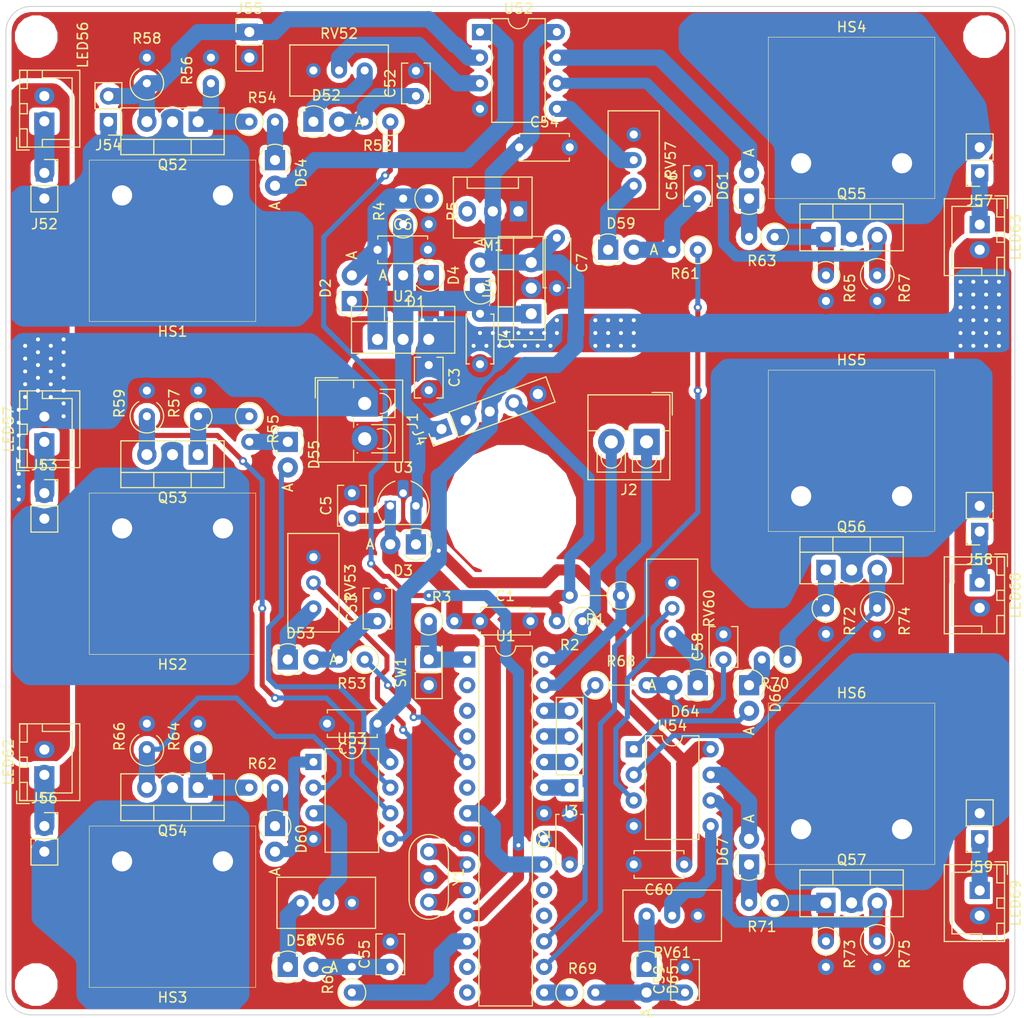
<source format=kicad_pcb>
(kicad_pcb (version 20171130) (host pcbnew "(5.0.0-3-g5ebb6b6)")
  (layers (0 F.Cu signal) (31 B.Cu signal) (34 B.Paste user) (35 F.Paste user) (36 B.SilkS user) (37 F.SilkS user) (38 B.Mask user) (39 F.Mask user) (44 Edge.Cuts user))
  (net 0 "")
  (net 1 GND)
  (net 2 +5V)
  (net 3 "Net-(C2-Pad1)")
  (net 4 +48V)
  (net 5 +24V)
  (net 6 "Net-(C6-Pad1)")
  (net 7 +12V)
  (net 8 "Net-(C52-Pad1)")
  (net 9 "Net-(C53-Pad1)")
  (net 10 "Net-(C55-Pad1)")
  (net 11 "Net-(C56-Pad1)")
  (net 12 "Net-(C58-Pad1)")
  (net 13 "Net-(C59-Pad1)")
  (net 14 "Net-(D52-Pad1)")
  (net 15 "Net-(D53-Pad1)")
  (net 16 "Net-(D54-Pad2)")
  (net 17 "Net-(D54-Pad1)")
  (net 18 "Net-(D55-Pad2)")
  (net 19 "Net-(D55-Pad1)")
  (net 20 "Net-(D58-Pad1)")
  (net 21 "Net-(D59-Pad1)")
  (net 22 "Net-(D60-Pad1)")
  (net 23 "Net-(D60-Pad2)")
  (net 24 "Net-(D61-Pad2)")
  (net 25 "Net-(D61-Pad1)")
  (net 26 "Net-(D64-Pad1)")
  (net 27 "Net-(D65-Pad1)")
  (net 28 "Net-(D66-Pad1)")
  (net 29 "Net-(D66-Pad2)")
  (net 30 "Net-(D67-Pad1)")
  (net 31 "Net-(D67-Pad2)")
  (net 32 "Net-(HS1-Pad1)")
  (net 33 "Net-(HS2-Pad1)")
  (net 34 "Net-(HS3-Pad1)")
  (net 35 "Net-(HS4-Pad1)")
  (net 36 "Net-(HS5-Pad1)")
  (net 37 "Net-(HS6-Pad1)")
  (net 38 /SDA)
  (net 39 /SCL)
  (net 40 "Net-(J52-Pad1)")
  (net 41 "Net-(J53-Pad1)")
  (net 42 "Net-(J54-Pad2)")
  (net 43 "Net-(J56-Pad1)")
  (net 44 "Net-(J57-Pad1)")
  (net 45 "Net-(J58-Pad1)")
  (net 46 "Net-(J59-Pad1)")
  (net 47 "Net-(Q52-Pad1)")
  (net 48 "Net-(Q53-Pad3)")
  (net 49 "Net-(Q53-Pad1)")
  (net 50 "Net-(Q54-Pad3)")
  (net 51 "Net-(Q54-Pad1)")
  (net 52 "Net-(Q55-Pad1)")
  (net 53 "Net-(Q55-Pad3)")
  (net 54 "Net-(Q56-Pad1)")
  (net 55 "Net-(Q56-Pad3)")
  (net 56 "Net-(Q57-Pad1)")
  (net 57 "Net-(Q57-Pad3)")
  (net 58 "Net-(R3-Pad1)")
  (net 59 /PWM1)
  (net 60 /PWM2)
  (net 61 /PWM3)
  (net 62 /PWM4)
  (net 63 /PWM5)
  (net 64 /PWM6)
  (net 65 "Net-(RV52-Pad2)")
  (net 66 "Net-(RV53-Pad2)")
  (net 67 "Net-(RV56-Pad2)")
  (net 68 "Net-(RV57-Pad2)")
  (net 69 "Net-(RV60-Pad2)")
  (net 70 "Net-(RV61-Pad2)")
  (net 71 "Net-(U1-Pad9)")
  (net 72 "Net-(U1-Pad10)")
  (net 73 /ADC0)
  (net 74 /ADC1)
  (net 75 /ADC2)
  (net 76 /ADC3)
  (module Connector_PinHeader_2.54mm:PinHeader_1x02_P2.54mm_Vertical (layer F.Cu) (at 60.96 62.23 180)
    (fp_text reference J54 (at 0 -2.33 180) (layer F.SilkS))
    (fp_text value Test_Vds)
    (pad 1 thru_hole rect (at 0 0 180) (size 1.7 1.7) (drill 1) (layers *.Cu *.Mask) (net 32 "Net-(HS1-Pad1)"))
    (pad 2 thru_hole oval (at 0 2.54 180) (size 1.7 1.7) (drill 1) (layers *.Cu *.Mask) (net 42 "Net-(J54-Pad2)"))
  )
  (module Resistor_THT:R_Axial_DIN0309_L9.0mm_D3.2mm_P2.54mm_Vertical (layer F.Cu) (at 137.16 110.49 270)
    (fp_text reference R74 (at 1.27 -2.72 270) (layer F.SilkS))
    (fp_text value 1R0)
    (pad 1 thru_hole circle (at 0 0 270) (size 1.6 1.6) (drill 0.8) (layers *.Cu *.Mask) (net 55 "Net-(Q56-Pad3)"))
    (pad 2 thru_hole oval (at 2.54 0 270) (size 1.6 1.6) (drill 0.8) (layers *.Cu *.Mask) (net 1 GND))
  )
  (module Heatsink_GEC:16PB017-01025 (layer F.Cu) (at 67.31 66.04 180)
    (fp_text reference HS1 (at 0 -17 180) (layer F.SilkS))
    (fp_text value Heatsink_FET_1)
    (pad 1 thru_hole circle (at 5 -3.5 180) (size 4 4) (drill 2) (layers *.Cu *.Mask) (net 32 "Net-(HS1-Pad1)"))
    (pad 1 thru_hole circle (at -5 -3.5 180) (size 4 4) (drill 2) (layers *.Cu *.Mask) (net 32 "Net-(HS1-Pad1)"))
  )
  (module Diode_THT:D_T-1_P2.54mm_Vertical_AnodeUp (layer F.Cu) (at 78.74 115.57)
    (fp_text reference D53 (at 1.27 -2.609214) (layer F.SilkS))
    (fp_text value 1V0)
    (fp_text user A (at 4.54 0) (layer F.SilkS))
    (pad 2 thru_hole oval (at 2.54 0) (size 2 2) (drill 1) (layers *.Cu *.Mask) (net 9 "Net-(C53-Pad1)"))
    (pad 1 thru_hole rect (at 0 0) (size 2 2) (drill 1) (layers *.Cu *.Mask) (net 15 "Net-(D53-Pad1)"))
  )
  (module MountingHole_Mask:MountingHole_M3_Mask (layer F.Cu) (at 147.8 147.8)
    (fp_text reference REF** hide)
    (fp_text value MountingHole_M3_Mask)
    (pad "" np_thru_hole circle (at 0 0) (size 3.2 3.2) (drill 3.2) (layers *.Cu *.Mask))
  )
  (module MountingHole_Mask:MountingHole_M3_Mask (layer F.Cu) (at 53.8 147.8)
    (fp_text reference REF** hide)
    (fp_text value MountingHole_M3_Mask)
    (pad "" np_thru_hole circle (at 0 0) (size 3.2 3.2) (drill 3.2) (layers *.Cu *.Mask))
  )
  (module MountingHole_Mask:MountingHole_M3_Mask (layer F.Cu) (at 147.8 53.8)
    (fp_text reference REF** hide)
    (fp_text value MountingHole_M3_Mask)
    (pad "" np_thru_hole circle (at 0 0) (size 3.2 3.2) (drill 3.2) (layers *.Cu *.Mask))
  )
  (module MountingHole_Mask:MountingHole_M3_Mask (layer F.Cu) (at 53.8 53.8)
    (fp_text reference REF** hide)
    (fp_text value MountingHole_M3_Mask)
    (pad "" np_thru_hole circle (at 0 0) (size 3.2 3.2) (drill 3.2) (layers *.Cu *.Mask))
  )
  (module Capacitor_THT:C_Disc_D4.7mm_W2.5mm_P5.00mm (layer F.Cu) (at 97.79 111.76)
    (fp_text reference C1 (at 2.5 -2.5) (layer F.SilkS))
    (fp_text value 10u)
    (pad 2 thru_hole circle (at 5 0) (size 1.6 1.6) (drill 0.8) (layers *.Cu *.Mask) (net 1 GND))
    (pad 1 thru_hole circle (at 0 0) (size 1.6 1.6) (drill 0.8) (layers *.Cu *.Mask) (net 2 +5V))
  )
  (module Capacitor_THT:C_Disc_D4.7mm_W2.5mm_P5.00mm (layer F.Cu) (at 106.68 135.89 90)
    (fp_text reference C2 (at 2.5 -2.5 90) (layer F.SilkS))
    (fp_text value 10u)
    (pad 1 thru_hole circle (at 0 0 90) (size 1.6 1.6) (drill 0.8) (layers *.Cu *.Mask) (net 3 "Net-(C2-Pad1)"))
    (pad 2 thru_hole circle (at 5 0 90) (size 1.6 1.6) (drill 0.8) (layers *.Cu *.Mask) (net 1 GND))
  )
  (module Capacitor_THT:C_Disc_D3.8mm_W2.6mm_P2.50mm (layer F.Cu) (at 92.71 86.36 270)
    (fp_text reference C3 (at 1.25 -2.55 270) (layer F.SilkS))
    (fp_text value 1u)
    (pad 2 thru_hole circle (at 2.5 0 270) (size 1.6 1.6) (drill 0.8) (layers *.Cu *.Mask) (net 1 GND))
    (pad 1 thru_hole circle (at 0 0 270) (size 1.6 1.6) (drill 0.8) (layers *.Cu *.Mask) (net 4 +48V))
  )
  (module Capacitor_THT:C_Disc_D4.7mm_W2.5mm_P5.00mm (layer F.Cu) (at 97.79 81.28 270)
    (fp_text reference C4 (at 2.5 -2.5 270) (layer F.SilkS))
    (fp_text value 10u)
    (pad 2 thru_hole circle (at 5 0 270) (size 1.6 1.6) (drill 0.8) (layers *.Cu *.Mask) (net 1 GND))
    (pad 1 thru_hole circle (at 0 0 270) (size 1.6 1.6) (drill 0.8) (layers *.Cu *.Mask) (net 5 +24V))
  )
  (module Capacitor_THT:C_Disc_D3.8mm_W2.6mm_P2.50mm (layer F.Cu) (at 85.09 101.56 90)
    (fp_text reference C5 (at 1.25 -2.55 90) (layer F.SilkS))
    (fp_text value 1u)
    (pad 2 thru_hole circle (at 2.5 0 90) (size 1.6 1.6) (drill 0.8) (layers *.Cu *.Mask) (net 1 GND))
    (pad 1 thru_hole circle (at 0 0 90) (size 1.6 1.6) (drill 0.8) (layers *.Cu *.Mask) (net 2 +5V))
  )
  (module Capacitor_THT:C_Disc_D4.7mm_W2.5mm_P5.00mm (layer F.Cu) (at 87.63 74.93)
    (fp_text reference C6 (at 2.5 -2.5) (layer F.SilkS))
    (fp_text value 10u)
    (pad 2 thru_hole circle (at 5 0) (size 1.6 1.6) (drill 0.8) (layers *.Cu *.Mask) (net 1 GND))
    (pad 1 thru_hole circle (at 0 0) (size 1.6 1.6) (drill 0.8) (layers *.Cu *.Mask) (net 6 "Net-(C6-Pad1)"))
  )
  (module Capacitor_THT:C_Disc_D4.7mm_W2.5mm_P5.00mm (layer F.Cu) (at 105.41 73.74 270)
    (fp_text reference C7 (at 2.5 -2.5 270) (layer F.SilkS))
    (fp_text value 10u)
    (pad 1 thru_hole circle (at 0 0 270) (size 1.6 1.6) (drill 0.8) (layers *.Cu *.Mask) (net 7 +12V))
    (pad 2 thru_hole circle (at 5 0 270) (size 1.6 1.6) (drill 0.8) (layers *.Cu *.Mask) (net 1 GND))
  )
  (module Capacitor_THT:C_Disc_D3.8mm_W2.6mm_P2.50mm (layer F.Cu) (at 91.44 59.69 90)
    (fp_text reference C52 (at 1.25 -2.55 90) (layer F.SilkS))
    (fp_text value 1u)
    (pad 1 thru_hole circle (at 0 0 90) (size 1.6 1.6) (drill 0.8) (layers *.Cu *.Mask) (net 8 "Net-(C52-Pad1)"))
    (pad 2 thru_hole circle (at 2.5 0 90) (size 1.6 1.6) (drill 0.8) (layers *.Cu *.Mask) (net 1 GND))
  )
  (module Capacitor_THT:C_Disc_D3.8mm_W2.6mm_P2.50mm (layer F.Cu) (at 87.63 111.76 90)
    (fp_text reference C53 (at 1.25 -2.55 90) (layer F.SilkS))
    (fp_text value 1u)
    (pad 2 thru_hole circle (at 2.5 0 90) (size 1.6 1.6) (drill 0.8) (layers *.Cu *.Mask) (net 1 GND))
    (pad 1 thru_hole circle (at 0 0 90) (size 1.6 1.6) (drill 0.8) (layers *.Cu *.Mask) (net 9 "Net-(C53-Pad1)"))
  )
  (module Capacitor_THT:C_Disc_D4.7mm_W2.5mm_P5.00mm (layer F.Cu) (at 101.68 64.77)
    (fp_text reference C54 (at 2.5 -2.5) (layer F.SilkS))
    (fp_text value 10u)
    (pad 1 thru_hole circle (at 0 0) (size 1.6 1.6) (drill 0.8) (layers *.Cu *.Mask) (net 7 +12V))
    (pad 2 thru_hole circle (at 5 0) (size 1.6 1.6) (drill 0.8) (layers *.Cu *.Mask) (net 1 GND))
  )
  (module Capacitor_THT:C_Disc_D3.8mm_W2.6mm_P2.50mm (layer F.Cu) (at 88.9 146.05 90)
    (fp_text reference C55 (at 1.25 -2.55 90) (layer F.SilkS))
    (fp_text value 1u)
    (pad 1 thru_hole circle (at 0 0 90) (size 1.6 1.6) (drill 0.8) (layers *.Cu *.Mask) (net 10 "Net-(C55-Pad1)"))
    (pad 2 thru_hole circle (at 2.5 0 90) (size 1.6 1.6) (drill 0.8) (layers *.Cu *.Mask) (net 1 GND))
  )
  (module Capacitor_THT:C_Disc_D3.8mm_W2.6mm_P2.50mm (layer F.Cu) (at 119.38 69.85 90)
    (fp_text reference C56 (at 1.25 -2.55 90) (layer F.SilkS))
    (fp_text value 1u)
    (pad 2 thru_hole circle (at 2.5 0 90) (size 1.6 1.6) (drill 0.8) (layers *.Cu *.Mask) (net 1 GND))
    (pad 1 thru_hole circle (at 0 0 90) (size 1.6 1.6) (drill 0.8) (layers *.Cu *.Mask) (net 11 "Net-(C56-Pad1)"))
  )
  (module Capacitor_THT:C_Disc_D4.7mm_W2.5mm_P5.00mm (layer F.Cu) (at 87.63 121.92 180)
    (fp_text reference C57 (at 2.5 -2.5 180) (layer F.SilkS))
    (fp_text value 10u)
    (pad 2 thru_hole circle (at 5 0 180) (size 1.6 1.6) (drill 0.8) (layers *.Cu *.Mask) (net 1 GND))
    (pad 1 thru_hole circle (at 0 0 180) (size 1.6 1.6) (drill 0.8) (layers *.Cu *.Mask) (net 7 +12V))
  )
  (module Capacitor_THT:C_Disc_D3.8mm_W2.6mm_P2.50mm (layer F.Cu) (at 121.92 115.57 90)
    (fp_text reference C58 (at 1.25 -2.55 90) (layer F.SilkS))
    (fp_text value 1u)
    (pad 1 thru_hole circle (at 0 0 90) (size 1.6 1.6) (drill 0.8) (layers *.Cu *.Mask) (net 12 "Net-(C58-Pad1)"))
    (pad 2 thru_hole circle (at 2.5 0 90) (size 1.6 1.6) (drill 0.8) (layers *.Cu *.Mask) (net 1 GND))
  )
  (module Capacitor_THT:C_Disc_D3.8mm_W2.6mm_P2.50mm (layer F.Cu) (at 118.11 148.59 90)
    (fp_text reference C59 (at 1.25 -2.55 90) (layer F.SilkS))
    (fp_text value 1u)
    (pad 1 thru_hole circle (at 0 0 90) (size 1.6 1.6) (drill 0.8) (layers *.Cu *.Mask) (net 13 "Net-(C59-Pad1)"))
    (pad 2 thru_hole circle (at 2.5 0 90) (size 1.6 1.6) (drill 0.8) (layers *.Cu *.Mask) (net 1 GND))
  )
  (module Capacitor_THT:C_Disc_D4.7mm_W2.5mm_P5.00mm (layer F.Cu) (at 118.03 135.89 180)
    (fp_text reference C60 (at 2.5 -2.5 180) (layer F.SilkS))
    (fp_text value 10u)
    (pad 1 thru_hole circle (at 0 0 180) (size 1.6 1.6) (drill 0.8) (layers *.Cu *.Mask) (net 7 +12V))
    (pad 2 thru_hole circle (at 5 0 180) (size 1.6 1.6) (drill 0.8) (layers *.Cu *.Mask) (net 1 GND))
  )
  (module TerminalBlock_4Ucon:TerminalBlock_4Ucon_1x02_P3.50mm_Vertical (layer F.Cu) (at 86.36 90.17 270)
    (fp_text reference J1 (at 1.75 -4.76 270) (layer F.SilkS))
    (fp_text value Slip_ring_48V)
    (pad 2 thru_hole circle (at 3.5 0 270) (size 2.6 2.6) (drill 1.3) (layers *.Cu *.Mask) (net 1 GND))
    (pad 1 thru_hole rect (at 0 0 270) (size 2.6 2.6) (drill 1.3) (layers *.Cu *.Mask) (net 4 +48V))
  )
  (module TerminalBlock_4Ucon:TerminalBlock_4Ucon_1x02_P3.50mm_Vertical (layer F.Cu) (at 114.3 93.98 180)
    (fp_text reference J2 (at 1.75 -4.76 180) (layer F.SilkS))
    (fp_text value Slip_ring_I2C)
    (pad 1 thru_hole rect (at 0 0 180) (size 2.6 2.6) (drill 1.3) (layers *.Cu *.Mask) (net 38 /SDA))
    (pad 2 thru_hole circle (at 3.5 0 180) (size 2.6 2.6) (drill 1.3) (layers *.Cu *.Mask) (net 39 /SCL))
  )
  (module Connector_PinSocket_2.54mm:PinSocket_1x02_P2.54mm_Vertical (layer F.Cu) (at 54.61 67.31)
    (fp_text reference J52 (at 0 5.08) (layer F.SilkS))
    (fp_text value Jump_ID_1)
    (pad 2 thru_hole oval (at 0 2.54) (size 1.7 1.7) (drill 1) (layers *.Cu *.Mask) (net 32 "Net-(HS1-Pad1)"))
    (pad 1 thru_hole rect (at 0 0) (size 1.7 1.7) (drill 1) (layers *.Cu *.Mask) (net 40 "Net-(J52-Pad1)"))
  )
  (module Connector_PinSocket_2.54mm:PinSocket_1x02_P2.54mm_Vertical (layer F.Cu) (at 54.61 99.06)
    (fp_text reference J53 (at 0 -2.77) (layer F.SilkS))
    (fp_text value Jump_ID_2)
    (pad 2 thru_hole oval (at 0 2.54) (size 1.7 1.7) (drill 1) (layers *.Cu *.Mask) (net 33 "Net-(HS2-Pad1)"))
    (pad 1 thru_hole rect (at 0 0) (size 1.7 1.7) (drill 1) (layers *.Cu *.Mask) (net 41 "Net-(J53-Pad1)"))
  )
  (module Connector_PinHeader_2.54mm:PinHeader_1x02_P2.54mm_Vertical (layer F.Cu) (at 74.93 53.34)
    (fp_text reference J55 (at 0 -2.33) (layer F.SilkS))
    (fp_text value Test_sense)
    (pad 2 thru_hole oval (at 0 2.54) (size 1.7 1.7) (drill 1) (layers *.Cu *.Mask) (net 1 GND))
    (pad 1 thru_hole rect (at 0 0) (size 1.7 1.7) (drill 1) (layers *.Cu *.Mask) (net 42 "Net-(J54-Pad2)"))
  )
  (module Connector_PinSocket_2.54mm:PinSocket_1x02_P2.54mm_Vertical (layer F.Cu) (at 54.61 132.08)
    (fp_text reference J56 (at 0 -2.77) (layer F.SilkS))
    (fp_text value Jump_ID_3)
    (pad 2 thru_hole oval (at 0 2.54) (size 1.7 1.7) (drill 1) (layers *.Cu *.Mask) (net 34 "Net-(HS3-Pad1)"))
    (pad 1 thru_hole rect (at 0 0) (size 1.7 1.7) (drill 1) (layers *.Cu *.Mask) (net 43 "Net-(J56-Pad1)"))
  )
  (module Connector_PinSocket_2.54mm:PinSocket_1x02_P2.54mm_Vertical (layer F.Cu) (at 147.32 67.31 180)
    (fp_text reference J57 (at 0 -2.77 180) (layer F.SilkS))
    (fp_text value Jump_ID_4)
    (pad 1 thru_hole rect (at 0 0 180) (size 1.7 1.7) (drill 1) (layers *.Cu *.Mask) (net 44 "Net-(J57-Pad1)"))
    (pad 2 thru_hole oval (at 0 2.54 180) (size 1.7 1.7) (drill 1) (layers *.Cu *.Mask) (net 35 "Net-(HS4-Pad1)"))
  )
  (module Connector_PinSocket_2.54mm:PinSocket_1x02_P2.54mm_Vertical (layer F.Cu) (at 147.32 102.87 180)
    (fp_text reference J58 (at 0 -2.77 180) (layer F.SilkS))
    (fp_text value Jump_ID_5)
    (pad 1 thru_hole rect (at 0 0 180) (size 1.7 1.7) (drill 1) (layers *.Cu *.Mask) (net 45 "Net-(J58-Pad1)"))
    (pad 2 thru_hole oval (at 0 2.54 180) (size 1.7 1.7) (drill 1) (layers *.Cu *.Mask) (net 36 "Net-(HS5-Pad1)"))
  )
  (module Connector_PinSocket_2.54mm:PinSocket_1x02_P2.54mm_Vertical (layer F.Cu) (at 147.32 133.35 180)
    (fp_text reference J59 (at 0 -2.77 180) (layer F.SilkS))
    (fp_text value Jump_ID_6)
    (pad 1 thru_hole rect (at 0 0 180) (size 1.7 1.7) (drill 1) (layers *.Cu *.Mask) (net 46 "Net-(J59-Pad1)"))
    (pad 2 thru_hole oval (at 0 2.54 180) (size 1.7 1.7) (drill 1) (layers *.Cu *.Mask) (net 37 "Net-(HS6-Pad1)"))
  )
  (module Connector_JST:JST_XH_B02B-XH-A_1x02_P2.50mm_Vertical (layer F.Cu) (at 54.61 62.19 90)
    (fp_text reference LED56 (at 7.58 3.81 90) (layer F.SilkS))
    (fp_text value LED)
    (pad 1 thru_hole rect (at 0 0 90) (size 1.7 2) (drill 1) (layers *.Cu *.Mask) (net 40 "Net-(J52-Pad1)"))
    (pad 2 thru_hole oval (at 2.5 0 90) (size 1.7 2) (drill 1) (layers *.Cu *.Mask) (net 4 +48V))
  )
  (module Connector_JST:JST_XH_B02B-XH-A_1x02_P2.50mm_Vertical (layer F.Cu) (at 54.61 93.98 90)
    (fp_text reference LED57 (at 1.25 -3.55 90) (layer F.SilkS))
    (fp_text value LED)
    (pad 1 thru_hole rect (at 0 0 90) (size 1.7 2) (drill 1) (layers *.Cu *.Mask) (net 41 "Net-(J53-Pad1)"))
    (pad 2 thru_hole oval (at 2.5 0 90) (size 1.7 2) (drill 1) (layers *.Cu *.Mask) (net 4 +48V))
  )
  (module Connector_JST:JST_XH_B02B-XH-A_1x02_P2.50mm_Vertical (layer F.Cu) (at 54.61 127 90)
    (fp_text reference LED62 (at 1.25 -3.55 90) (layer F.SilkS))
    (fp_text value LED)
    (pad 2 thru_hole oval (at 2.5 0 90) (size 1.7 2) (drill 1) (layers *.Cu *.Mask) (net 4 +48V))
    (pad 1 thru_hole rect (at 0 0 90) (size 1.7 2) (drill 1) (layers *.Cu *.Mask) (net 43 "Net-(J56-Pad1)"))
  )
  (module Connector_JST:JST_XH_B02B-XH-A_1x02_P2.50mm_Vertical (layer F.Cu) (at 147.32 72.43 270)
    (fp_text reference LED63 (at 1.25 -3.55 270) (layer F.SilkS))
    (fp_text value LED)
    (pad 2 thru_hole oval (at 2.5 0 270) (size 1.7 2) (drill 1) (layers *.Cu *.Mask) (net 4 +48V))
    (pad 1 thru_hole rect (at 0 0 270) (size 1.7 2) (drill 1) (layers *.Cu *.Mask) (net 44 "Net-(J57-Pad1)"))
  )
  (module Connector_JST:JST_XH_B02B-XH-A_1x02_P2.50mm_Vertical (layer F.Cu) (at 147.32 107.95 270)
    (fp_text reference LED68 (at 1.25 -3.55 270) (layer F.SilkS))
    (fp_text value LED)
    (pad 2 thru_hole oval (at 2.5 0 270) (size 1.7 2) (drill 1) (layers *.Cu *.Mask) (net 4 +48V))
    (pad 1 thru_hole rect (at 0 0 270) (size 1.7 2) (drill 1) (layers *.Cu *.Mask) (net 45 "Net-(J58-Pad1)"))
  )
  (module Connector_JST:JST_XH_B02B-XH-A_1x02_P2.50mm_Vertical (layer F.Cu) (at 147.32 138.47 270)
    (fp_text reference LED69 (at 1.25 -3.55 270) (layer F.SilkS))
    (fp_text value LED)
    (pad 1 thru_hole rect (at 0 0 270) (size 1.7 2) (drill 1) (layers *.Cu *.Mask) (net 46 "Net-(J59-Pad1)"))
    (pad 2 thru_hole oval (at 2.5 0 270) (size 1.7 2) (drill 1) (layers *.Cu *.Mask) (net 4 +48V))
  )
  (module Connector:FanPinHeader_1x03_P2.54mm_Vertical (layer F.Cu) (at 101.6 71.12 180)
    (fp_text reference M1 (at 2.5 -3.4 180) (layer F.SilkS))
    (fp_text value Fan)
    (pad 3 thru_hole oval (at 5.08 0 270) (size 2.03 1.73) (drill 1.02) (layers *.Cu *.Mask))
    (pad 2 thru_hole oval (at 2.54 0 270) (size 2.03 1.73) (drill 1.02) (layers *.Cu *.Mask) (net 7 +12V))
    (pad 1 thru_hole rect (at 0 0 270) (size 2.03 1.73) (drill 1.02) (layers *.Cu *.Mask) (net 1 GND))
  )
  (module Package_TO_SOT_THT:TO-220-3_Vertical (layer F.Cu) (at 69.85 62.23 180)
    (fp_text reference Q52 (at 2.54 -4.27 180) (layer F.SilkS))
    (fp_text value EKI04027)
    (pad 3 thru_hole oval (at 5.08 0 180) (size 1.905 2) (drill 1.1) (layers *.Cu *.Mask) (net 42 "Net-(J54-Pad2)"))
    (pad 2 thru_hole oval (at 2.54 0 180) (size 1.905 2) (drill 1.1) (layers *.Cu *.Mask) (net 32 "Net-(HS1-Pad1)"))
    (pad 1 thru_hole rect (at 0 0 180) (size 1.905 2) (drill 1.1) (layers *.Cu *.Mask) (net 47 "Net-(Q52-Pad1)"))
  )
  (module Package_TO_SOT_THT:TO-220-3_Vertical (layer F.Cu) (at 69.85 95.25 180)
    (fp_text reference Q53 (at 2.54 -4.27 180) (layer F.SilkS))
    (fp_text value EKI04027)
    (pad 3 thru_hole oval (at 5.08 0 180) (size 1.905 2) (drill 1.1) (layers *.Cu *.Mask) (net 48 "Net-(Q53-Pad3)"))
    (pad 2 thru_hole oval (at 2.54 0 180) (size 1.905 2) (drill 1.1) (layers *.Cu *.Mask) (net 33 "Net-(HS2-Pad1)"))
    (pad 1 thru_hole rect (at 0 0 180) (size 1.905 2) (drill 1.1) (layers *.Cu *.Mask) (net 49 "Net-(Q53-Pad1)"))
  )
  (module Package_TO_SOT_THT:TO-220-3_Vertical (layer F.Cu) (at 69.85 128.27 180)
    (fp_text reference Q54 (at 2.54 -4.27 180) (layer F.SilkS))
    (fp_text value EKI04027)
    (pad 3 thru_hole oval (at 5.08 0 180) (size 1.905 2) (drill 1.1) (layers *.Cu *.Mask) (net 50 "Net-(Q54-Pad3)"))
    (pad 2 thru_hole oval (at 2.54 0 180) (size 1.905 2) (drill 1.1) (layers *.Cu *.Mask) (net 34 "Net-(HS3-Pad1)"))
    (pad 1 thru_hole rect (at 0 0 180) (size 1.905 2) (drill 1.1) (layers *.Cu *.Mask) (net 51 "Net-(Q54-Pad1)"))
  )
  (module Package_TO_SOT_THT:TO-220-3_Vertical (layer F.Cu) (at 132.08 73.66)
    (fp_text reference Q55 (at 2.54 -4.27) (layer F.SilkS))
    (fp_text value EKI04027)
    (pad 1 thru_hole rect (at 0 0) (size 1.905 2) (drill 1.1) (layers *.Cu *.Mask) (net 52 "Net-(Q55-Pad1)"))
    (pad 2 thru_hole oval (at 2.54 0) (size 1.905 2) (drill 1.1) (layers *.Cu *.Mask) (net 35 "Net-(HS4-Pad1)"))
    (pad 3 thru_hole oval (at 5.08 0) (size 1.905 2) (drill 1.1) (layers *.Cu *.Mask) (net 53 "Net-(Q55-Pad3)"))
  )
  (module Package_TO_SOT_THT:TO-220-3_Vertical (layer F.Cu) (at 132.08 106.68)
    (fp_text reference Q56 (at 2.54 -4.27) (layer F.SilkS))
    (fp_text value EKI04027)
    (pad 1 thru_hole rect (at 0 0) (size 1.905 2) (drill 1.1) (layers *.Cu *.Mask) (net 54 "Net-(Q56-Pad1)"))
    (pad 2 thru_hole oval (at 2.54 0) (size 1.905 2) (drill 1.1) (layers *.Cu *.Mask) (net 36 "Net-(HS5-Pad1)"))
    (pad 3 thru_hole oval (at 5.08 0) (size 1.905 2) (drill 1.1) (layers *.Cu *.Mask) (net 55 "Net-(Q56-Pad3)"))
  )
  (module Package_TO_SOT_THT:TO-220-3_Vertical (layer F.Cu) (at 132.08 139.7)
    (fp_text reference Q57 (at 2.54 -4.27) (layer F.SilkS))
    (fp_text value EKI04027)
    (pad 1 thru_hole rect (at 0 0) (size 1.905 2) (drill 1.1) (layers *.Cu *.Mask) (net 56 "Net-(Q57-Pad1)"))
    (pad 2 thru_hole oval (at 2.54 0) (size 1.905 2) (drill 1.1) (layers *.Cu *.Mask) (net 37 "Net-(HS6-Pad1)"))
    (pad 3 thru_hole oval (at 5.08 0) (size 1.905 2) (drill 1.1) (layers *.Cu *.Mask) (net 57 "Net-(Q57-Pad3)"))
  )
  (module Connector_PinSocket_2.54mm:PinSocket_2x01_P2.54mm_Vertical (layer F.Cu) (at 92.71 115.57 90)
    (fp_text reference SW1 (at -1.27 -2.77 90) (layer F.SilkS))
    (fp_text value Reset)
    (pad 1 thru_hole rect (at 0 0 90) (size 1.7 1.7) (drill 1) (layers *.Cu *.Mask) (net 58 "Net-(R3-Pad1)"))
    (pad 2 thru_hole oval (at -2.54 0 90) (size 1.7 1.7) (drill 1) (layers *.Cu *.Mask) (net 1 GND))
  )
  (module Package_DIP:DIP-28_W7.62mm (layer F.Cu) (at 96.52 115.57)
    (fp_text reference U1 (at 3.81 -2.33) (layer F.SilkS))
    (fp_text value ATmega328P-PU)
    (pad 1 thru_hole rect (at 0 0) (size 1.6 1.6) (drill 0.8) (layers *.Cu *.Mask) (net 58 "Net-(R3-Pad1)"))
    (pad 15 thru_hole oval (at 7.62 33.02) (size 1.6 1.6) (drill 0.8) (layers *.Cu *.Mask) (net 59 /PWM1))
    (pad 2 thru_hole oval (at 0 2.54) (size 1.6 1.6) (drill 0.8) (layers *.Cu *.Mask))
    (pad 16 thru_hole oval (at 7.62 30.48) (size 1.6 1.6) (drill 0.8) (layers *.Cu *.Mask) (net 60 /PWM2))
    (pad 3 thru_hole oval (at 0 5.08) (size 1.6 1.6) (drill 0.8) (layers *.Cu *.Mask))
    (pad 17 thru_hole oval (at 7.62 27.94) (size 1.6 1.6) (drill 0.8) (layers *.Cu *.Mask) (net 61 /PWM3))
    (pad 4 thru_hole oval (at 0 7.62) (size 1.6 1.6) (drill 0.8) (layers *.Cu *.Mask))
    (pad 18 thru_hole oval (at 7.62 25.4) (size 1.6 1.6) (drill 0.8) (layers *.Cu *.Mask))
    (pad 5 thru_hole oval (at 0 10.16) (size 1.6 1.6) (drill 0.8) (layers *.Cu *.Mask) (net 62 /PWM4))
    (pad 19 thru_hole oval (at 7.62 22.86) (size 1.6 1.6) (drill 0.8) (layers *.Cu *.Mask))
    (pad 6 thru_hole oval (at 0 12.7) (size 1.6 1.6) (drill 0.8) (layers *.Cu *.Mask))
    (pad 20 thru_hole oval (at 7.62 20.32) (size 1.6 1.6) (drill 0.8) (layers *.Cu *.Mask) (net 2 +5V))
    (pad 7 thru_hole oval (at 0 15.24) (size 1.6 1.6) (drill 0.8) (layers *.Cu *.Mask) (net 2 +5V))
    (pad 21 thru_hole oval (at 7.62 17.78) (size 1.6 1.6) (drill 0.8) (layers *.Cu *.Mask) (net 3 "Net-(C2-Pad1)"))
    (pad 8 thru_hole oval (at 0 17.78) (size 1.6 1.6) (drill 0.8) (layers *.Cu *.Mask) (net 1 GND))
    (pad 22 thru_hole oval (at 7.62 15.24) (size 1.6 1.6) (drill 0.8) (layers *.Cu *.Mask) (net 1 GND))
    (pad 9 thru_hole oval (at 0 20.32) (size 1.6 1.6) (drill 0.8) (layers *.Cu *.Mask) (net 71 "Net-(U1-Pad9)"))
    (pad 23 thru_hole oval (at 7.62 12.7) (size 1.6 1.6) (drill 0.8) (layers *.Cu *.Mask) (net 73 /ADC0))
    (pad 10 thru_hole oval (at 0 22.86) (size 1.6 1.6) (drill 0.8) (layers *.Cu *.Mask) (net 72 "Net-(U1-Pad10)"))
    (pad 24 thru_hole oval (at 7.62 10.16) (size 1.6 1.6) (drill 0.8) (layers *.Cu *.Mask) (net 74 /ADC1))
    (pad 11 thru_hole oval (at 0 25.4) (size 1.6 1.6) (drill 0.8) (layers *.Cu *.Mask) (net 63 /PWM5))
    (pad 25 thru_hole oval (at 7.62 7.62) (size 1.6 1.6) (drill 0.8) (layers *.Cu *.Mask) (net 75 /ADC2))
    (pad 12 thru_hole oval (at 0 27.94) (size 1.6 1.6) (drill 0.8) (layers *.Cu *.Mask) (net 64 /PWM6))
    (pad 26 thru_hole oval (at 7.62 5.08) (size 1.6 1.6) (drill 0.8) (layers *.Cu *.Mask) (net 76 /ADC3))
    (pad 13 thru_hole oval (at 0 30.48) (size 1.6 1.6) (drill 0.8) (layers *.Cu *.Mask))
    (pad 27 thru_hole oval (at 7.62 2.54) (size 1.6 1.6) (drill 0.8) (layers *.Cu *.Mask) (net 38 /SDA))
    (pad 14 thru_hole oval (at 0 33.02) (size 1.6 1.6) (drill 0.8) (layers *.Cu *.Mask))
    (pad 28 thru_hole oval (at 7.62 0) (size 1.6 1.6) (drill 0.8) (layers *.Cu *.Mask) (net 39 /SCL))
  )
  (module Package_TO_SOT_THT:TO-220-3_Vertical (layer F.Cu) (at 87.63 83.82)
    (fp_text reference U2 (at 2.54 -4.27) (layer F.SilkS))
    (fp_text value LM317_TO220)
    (pad 3 thru_hole oval (at 5.08 0) (size 1.905 2) (drill 1.1) (layers *.Cu *.Mask) (net 4 +48V))
    (pad 2 thru_hole oval (at 2.54 0) (size 1.905 2) (drill 1.1) (layers *.Cu *.Mask) (net 5 +24V))
    (pad 1 thru_hole rect (at 0 0) (size 1.905 2) (drill 1.1) (layers *.Cu *.Mask) (net 6 "Net-(C6-Pad1)"))
  )
  (module Package_TO_SOT_THT:TO-92L_HandSolder (layer F.Cu) (at 88.9 100.33)
    (fp_text reference U3 (at 1.27 -3.8) (layer F.SilkS))
    (fp_text value LM78L05_TO92)
    (pad 2 thru_hole roundrect (at 1.27 -1.27) (size 1.1 1.8) (drill 0.75 (offset 0 -0.4)) (layers *.Cu *.Mask) (net 1 GND))
    (pad 3 thru_hole roundrect (at 2.54 0) (size 1.1 1.8) (drill 0.75 (offset 0 0.4)) (layers *.Cu *.Mask) (net 5 +24V))
    (pad 1 thru_hole rect (at 0 0) (size 1.1 1.8) (drill 0.75 (offset 0 0.4)) (layers *.Cu *.Mask) (net 2 +5V))
  )
  (module Package_TO_SOT_THT:TO-220-3_Vertical (layer F.Cu) (at 102.87 81.28 90)
    (fp_text reference U4 (at 2.54 -4.27 90) (layer F.SilkS))
    (fp_text value LM7812_TO220)
    (pad 1 thru_hole rect (at 0 0 90) (size 1.905 2) (drill 1.1) (layers *.Cu *.Mask) (net 5 +24V))
    (pad 2 thru_hole oval (at 2.54 0 90) (size 1.905 2) (drill 1.1) (layers *.Cu *.Mask) (net 1 GND))
    (pad 3 thru_hole oval (at 5.08 0 90) (size 1.905 2) (drill 1.1) (layers *.Cu *.Mask) (net 7 +12V))
  )
  (module Package_DIP:DIP-8_W7.62mm (layer F.Cu) (at 97.79 53.34)
    (fp_text reference U52 (at 3.81 -2.33) (layer F.SilkS))
    (fp_text value NJM13404)
    (pad 1 thru_hole rect (at 0 0) (size 1.6 1.6) (drill 0.8) (layers *.Cu *.Mask) (net 16 "Net-(D54-Pad2)"))
    (pad 5 thru_hole oval (at 7.62 7.62) (size 1.6 1.6) (drill 0.8) (layers *.Cu *.Mask) (net 68 "Net-(RV57-Pad2)"))
    (pad 2 thru_hole oval (at 0 2.54) (size 1.6 1.6) (drill 0.8) (layers *.Cu *.Mask) (net 42 "Net-(J54-Pad2)"))
    (pad 6 thru_hole oval (at 7.62 5.08) (size 1.6 1.6) (drill 0.8) (layers *.Cu *.Mask) (net 53 "Net-(Q55-Pad3)"))
    (pad 3 thru_hole oval (at 0 5.08) (size 1.6 1.6) (drill 0.8) (layers *.Cu *.Mask) (net 65 "Net-(RV52-Pad2)"))
    (pad 7 thru_hole oval (at 7.62 2.54) (size 1.6 1.6) (drill 0.8) (layers *.Cu *.Mask) (net 24 "Net-(D61-Pad2)"))
    (pad 4 thru_hole oval (at 0 7.62) (size 1.6 1.6) (drill 0.8) (layers *.Cu *.Mask) (net 1 GND))
    (pad 8 thru_hole oval (at 7.62 0) (size 1.6 1.6) (drill 0.8) (layers *.Cu *.Mask) (net 7 +12V))
  )
  (module Package_DIP:DIP-8_W7.62mm (layer F.Cu) (at 81.28 125.73)
    (fp_text reference U53 (at 3.81 -2.33) (layer F.SilkS))
    (fp_text value NJM13404)
    (pad 8 thru_hole oval (at 7.62 0) (size 1.6 1.6) (drill 0.8) (layers *.Cu *.Mask) (net 7 +12V))
    (pad 4 thru_hole oval (at 0 7.62) (size 1.6 1.6) (drill 0.8) (layers *.Cu *.Mask) (net 1 GND))
    (pad 7 thru_hole oval (at 7.62 2.54) (size 1.6 1.6) (drill 0.8) (layers *.Cu *.Mask) (net 18 "Net-(D55-Pad2)"))
    (pad 3 thru_hole oval (at 0 5.08) (size 1.6 1.6) (drill 0.8) (layers *.Cu *.Mask) (net 67 "Net-(RV56-Pad2)"))
    (pad 6 thru_hole oval (at 7.62 5.08) (size 1.6 1.6) (drill 0.8) (layers *.Cu *.Mask) (net 48 "Net-(Q53-Pad3)"))
    (pad 2 thru_hole oval (at 0 2.54) (size 1.6 1.6) (drill 0.8) (layers *.Cu *.Mask) (net 50 "Net-(Q54-Pad3)"))
    (pad 5 thru_hole oval (at 7.62 7.62) (size 1.6 1.6) (drill 0.8) (layers *.Cu *.Mask) (net 66 "Net-(RV53-Pad2)"))
    (pad 1 thru_hole rect (at 0 0) (size 1.6 1.6) (drill 0.8) (layers *.Cu *.Mask) (net 23 "Net-(D60-Pad2)"))
  )
  (module Package_DIP:DIP-8_W7.62mm (layer F.Cu) (at 113.03 124.46)
    (fp_text reference U54 (at 3.81 -2.33) (layer F.SilkS))
    (fp_text value NJM13404)
    (pad 1 thru_hole rect (at 0 0) (size 1.6 1.6) (drill 0.8) (layers *.Cu *.Mask) (net 29 "Net-(D66-Pad2)"))
    (pad 5 thru_hole oval (at 7.62 7.62) (size 1.6 1.6) (drill 0.8) (layers *.Cu *.Mask) (net 70 "Net-(RV61-Pad2)"))
    (pad 2 thru_hole oval (at 0 2.54) (size 1.6 1.6) (drill 0.8) (layers *.Cu *.Mask) (net 55 "Net-(Q56-Pad3)"))
    (pad 6 thru_hole oval (at 7.62 5.08) (size 1.6 1.6) (drill 0.8) (layers *.Cu *.Mask) (net 57 "Net-(Q57-Pad3)"))
    (pad 3 thru_hole oval (at 0 5.08) (size 1.6 1.6) (drill 0.8) (layers *.Cu *.Mask) (net 69 "Net-(RV60-Pad2)"))
    (pad 7 thru_hole oval (at 7.62 2.54) (size 1.6 1.6) (drill 0.8) (layers *.Cu *.Mask) (net 31 "Net-(D67-Pad2)"))
    (pad 4 thru_hole oval (at 0 7.62) (size 1.6 1.6) (drill 0.8) (layers *.Cu *.Mask) (net 1 GND))
    (pad 8 thru_hole oval (at 7.62 0) (size 1.6 1.6) (drill 0.8) (layers *.Cu *.Mask) (net 7 +12V))
  )
  (module Crystal:Resonator-3Pin_W8.0mm_H3.5mm (layer F.Cu) (at 92.71 134.62 270)
    (fp_text reference Y1 (at 2.5 -2.95 270) (layer F.SilkS))
    (fp_text value 8MHz)
    (pad 1 thru_hole circle (at 0 0 270) (size 1.7 1.7) (drill 1) (layers *.Cu *.Mask) (net 71 "Net-(U1-Pad9)"))
    (pad 2 thru_hole circle (at 2.5 0 270) (size 1.7 1.7) (drill 1) (layers *.Cu *.Mask) (net 1 GND))
    (pad 3 thru_hole circle (at 5 0 270) (size 1.7 1.7) (drill 1) (layers *.Cu *.Mask) (net 72 "Net-(U1-Pad10)"))
  )
  (module Heatsink_GEC:16PB017-01025 (layer F.Cu) (at 67.31 99.06 180)
    (fp_text reference HS2 (at 0 -17 180) (layer F.SilkS))
    (fp_text value Heatsink_FET_2)
    (pad 1 thru_hole circle (at -5 -3.5 180) (size 4 4) (drill 2) (layers *.Cu *.Mask) (net 33 "Net-(HS2-Pad1)"))
    (pad 1 thru_hole circle (at 5 -3.5 180) (size 4 4) (drill 2) (layers *.Cu *.Mask) (net 33 "Net-(HS2-Pad1)"))
  )
  (module Heatsink_GEC:16PB017-01025 (layer F.Cu) (at 67.31 132.08 180)
    (fp_text reference HS3 (at 0 -17 180) (layer F.SilkS))
    (fp_text value Heatsink_FET_3)
    (pad 1 thru_hole circle (at 5 -3.5 180) (size 4 4) (drill 2) (layers *.Cu *.Mask) (net 34 "Net-(HS3-Pad1)"))
    (pad 1 thru_hole circle (at -5 -3.5 180) (size 4 4) (drill 2) (layers *.Cu *.Mask) (net 34 "Net-(HS3-Pad1)"))
  )
  (module Heatsink_GEC:16PB017-01025 (layer F.Cu) (at 134.62 69.85)
    (fp_text reference HS4 (at 0 -17) (layer F.SilkS))
    (fp_text value Heatsink_FET_4)
    (pad 1 thru_hole circle (at -5 -3.5) (size 4 4) (drill 2) (layers *.Cu *.Mask) (net 35 "Net-(HS4-Pad1)"))
    (pad 1 thru_hole circle (at 5 -3.5) (size 4 4) (drill 2) (layers *.Cu *.Mask) (net 35 "Net-(HS4-Pad1)"))
  )
  (module Heatsink_GEC:16PB017-01025 (layer F.Cu) (at 134.62 102.87)
    (fp_text reference HS5 (at 0 -17) (layer F.SilkS))
    (fp_text value Heatsink_FET_5)
    (pad 1 thru_hole circle (at 5 -3.5) (size 4 4) (drill 2) (layers *.Cu *.Mask) (net 36 "Net-(HS5-Pad1)"))
    (pad 1 thru_hole circle (at -5 -3.5) (size 4 4) (drill 2) (layers *.Cu *.Mask) (net 36 "Net-(HS5-Pad1)"))
  )
  (module Heatsink_GEC:16PB017-01025 (layer F.Cu) (at 134.62 135.89)
    (fp_text reference HS6 (at 0 -17) (layer F.SilkS))
    (fp_text value Heatsink_FET_6)
    (pad 1 thru_hole circle (at -5 -3.5) (size 4 4) (drill 2) (layers *.Cu *.Mask) (net 37 "Net-(HS6-Pad1)"))
    (pad 1 thru_hole circle (at 5 -3.5) (size 4 4) (drill 2) (layers *.Cu *.Mask) (net 37 "Net-(HS6-Pad1)"))
  )
  (module Diode_THT:D_T-1_P2.54mm_Vertical_AnodeUp (layer F.Cu) (at 92.71 77.47 180)
    (fp_text reference D1 (at 1.27 -2.609214 180) (layer F.SilkS))
    (fp_text value 1SS178)
    (fp_text user A (at 4.54 0 180) (layer F.SilkS))
    (pad 2 thru_hole oval (at 2.54 0 180) (size 2 2) (drill 1) (layers *.Cu *.Mask) (net 5 +24V))
    (pad 1 thru_hole rect (at 0 0 180) (size 2 2) (drill 1) (layers *.Cu *.Mask) (net 4 +48V))
  )
  (module Diode_THT:D_T-1_P2.54mm_Vertical_AnodeUp (layer F.Cu) (at 85.09 80.01 90)
    (fp_text reference D2 (at 1.27 -2.609214 90) (layer F.SilkS))
    (fp_text value 1SS178)
    (fp_text user A (at 4.54 0 90) (layer F.SilkS))
    (pad 1 thru_hole rect (at 0 0 90) (size 2 2) (drill 1) (layers *.Cu *.Mask) (net 5 +24V))
    (pad 2 thru_hole oval (at 2.54 0 90) (size 2 2) (drill 1) (layers *.Cu *.Mask) (net 6 "Net-(C6-Pad1)"))
  )
  (module Diode_THT:D_T-1_P2.54mm_Vertical_AnodeUp (layer F.Cu) (at 91.44 104.14 180)
    (fp_text reference D3 (at 1.27 -2.609214 180) (layer F.SilkS))
    (fp_text value 1SS178)
    (fp_text user A (at 4.54 0 180) (layer F.SilkS))
    (pad 1 thru_hole rect (at 0 0 180) (size 2 2) (drill 1) (layers *.Cu *.Mask) (net 5 +24V))
    (pad 2 thru_hole oval (at 2.54 0 180) (size 2 2) (drill 1) (layers *.Cu *.Mask) (net 2 +5V))
  )
  (module Diode_THT:D_T-1_P2.54mm_Vertical_AnodeUp (layer F.Cu) (at 97.79 78.74 90)
    (fp_text reference D4 (at 1.27 -2.609214 90) (layer F.SilkS))
    (fp_text value 1SS178)
    (fp_text user A (at 4.54 0 90) (layer F.SilkS))
    (pad 2 thru_hole oval (at 2.54 0 90) (size 2 2) (drill 1) (layers *.Cu *.Mask) (net 7 +12V))
    (pad 1 thru_hole rect (at 0 0 90) (size 2 2) (drill 1) (layers *.Cu *.Mask) (net 5 +24V))
  )
  (module Diode_THT:D_T-1_P2.54mm_Vertical_AnodeUp (layer F.Cu) (at 81.28 62.23)
    (fp_text reference D52 (at 1.27 -2.609214) (layer F.SilkS))
    (fp_text value 1V0)
    (fp_text user A (at 4.54 0) (layer F.SilkS))
    (pad 2 thru_hole oval (at 2.54 0) (size 2 2) (drill 1) (layers *.Cu *.Mask) (net 8 "Net-(C52-Pad1)"))
    (pad 1 thru_hole rect (at 0 0) (size 2 2) (drill 1) (layers *.Cu *.Mask) (net 14 "Net-(D52-Pad1)"))
  )
  (module Diode_THT:D_T-1_P2.54mm_Vertical_AnodeUp (layer F.Cu) (at 77.47 66.04 270)
    (fp_text reference D54 (at 1.27 -2.609214 270) (layer F.SilkS))
    (fp_text value 1V0)
    (fp_text user A (at 4.54 0 270) (layer F.SilkS))
    (pad 2 thru_hole oval (at 2.54 0 270) (size 2 2) (drill 1) (layers *.Cu *.Mask) (net 16 "Net-(D54-Pad2)"))
    (pad 1 thru_hole rect (at 0 0 270) (size 2 2) (drill 1) (layers *.Cu *.Mask) (net 17 "Net-(D54-Pad1)"))
  )
  (module Diode_THT:D_T-1_P2.54mm_Vertical_AnodeUp (layer F.Cu) (at 78.74 93.98 270)
    (fp_text reference D55 (at 1.27 -2.609214 270) (layer F.SilkS))
    (fp_text value 1V0)
    (fp_text user A (at 4.54 0 270) (layer F.SilkS))
    (pad 2 thru_hole oval (at 2.54 0 270) (size 2 2) (drill 1) (layers *.Cu *.Mask) (net 18 "Net-(D55-Pad2)"))
    (pad 1 thru_hole rect (at 0 0 270) (size 2 2) (drill 1) (layers *.Cu *.Mask) (net 19 "Net-(D55-Pad1)"))
  )
  (module Diode_THT:D_T-1_P2.54mm_Vertical_AnodeUp (layer F.Cu) (at 78.74 146.05)
    (fp_text reference D58 (at 1.27 -2.609214) (layer F.SilkS))
    (fp_text value 1V0)
    (fp_text user A (at 4.54 0) (layer F.SilkS))
    (pad 1 thru_hole rect (at 0 0) (size 2 2) (drill 1) (layers *.Cu *.Mask) (net 20 "Net-(D58-Pad1)"))
    (pad 2 thru_hole oval (at 2.54 0) (size 2 2) (drill 1) (layers *.Cu *.Mask) (net 10 "Net-(C55-Pad1)"))
  )
  (module Diode_THT:D_T-1_P2.54mm_Vertical_AnodeUp (layer F.Cu) (at 110.49 74.93)
    (fp_text reference D59 (at 1.27 -2.609214) (layer F.SilkS))
    (fp_text value 1V0)
    (fp_text user A (at 4.54 0) (layer F.SilkS))
    (pad 1 thru_hole rect (at 0 0) (size 2 2) (drill 1) (layers *.Cu *.Mask) (net 21 "Net-(D59-Pad1)"))
    (pad 2 thru_hole oval (at 2.54 0) (size 2 2) (drill 1) (layers *.Cu *.Mask) (net 11 "Net-(C56-Pad1)"))
  )
  (module Diode_THT:D_T-1_P2.54mm_Vertical_AnodeUp (layer F.Cu) (at 77.47 132.08 270)
    (fp_text reference D60 (at 1.27 -2.609214 270) (layer F.SilkS))
    (fp_text value 1V0)
    (fp_text user A (at 4.54 0 270) (layer F.SilkS))
    (pad 1 thru_hole rect (at 0 0 270) (size 2 2) (drill 1) (layers *.Cu *.Mask) (net 22 "Net-(D60-Pad1)"))
    (pad 2 thru_hole oval (at 2.54 0 270) (size 2 2) (drill 1) (layers *.Cu *.Mask) (net 23 "Net-(D60-Pad2)"))
  )
  (module Diode_THT:D_T-1_P2.54mm_Vertical_AnodeUp (layer F.Cu) (at 124.46 69.85 90)
    (fp_text reference D61 (at 1.27 -2.609214 90) (layer F.SilkS))
    (fp_text value 1V0)
    (fp_text user A (at 4.54 0 90) (layer F.SilkS))
    (pad 2 thru_hole oval (at 2.54 0 90) (size 2 2) (drill 1) (layers *.Cu *.Mask) (net 24 "Net-(D61-Pad2)"))
    (pad 1 thru_hole rect (at 0 0 90) (size 2 2) (drill 1) (layers *.Cu *.Mask) (net 25 "Net-(D61-Pad1)"))
  )
  (module Diode_THT:D_T-1_P2.54mm_Vertical_AnodeUp (layer F.Cu) (at 119.38 118.11 180)
    (fp_text reference D64 (at 1.27 -2.609214 180) (layer F.SilkS))
    (fp_text value 1V0)
    (fp_text user A (at 4.54 0 180) (layer F.SilkS))
    (pad 2 thru_hole oval (at 2.54 0 180) (size 2 2) (drill 1) (layers *.Cu *.Mask) (net 12 "Net-(C58-Pad1)"))
    (pad 1 thru_hole rect (at 0 0 180) (size 2 2) (drill 1) (layers *.Cu *.Mask) (net 26 "Net-(D64-Pad1)"))
  )
  (module Diode_THT:D_T-1_P2.54mm_Vertical_AnodeUp (layer F.Cu) (at 114.3 146.05 270)
    (fp_text reference D65 (at 1.27 -2.609214 270) (layer F.SilkS))
    (fp_text value 1V0)
    (fp_text user A (at 4.54 0 270) (layer F.SilkS))
    (pad 1 thru_hole rect (at 0 0 270) (size 2 2) (drill 1) (layers *.Cu *.Mask) (net 27 "Net-(D65-Pad1)"))
    (pad 2 thru_hole oval (at 2.54 0 270) (size 2 2) (drill 1) (layers *.Cu *.Mask) (net 13 "Net-(C59-Pad1)"))
  )
  (module Diode_THT:D_T-1_P2.54mm_Vertical_AnodeUp (layer F.Cu) (at 124.46 118.11 270)
    (fp_text reference D66 (at 1.27 -2.609214 270) (layer F.SilkS))
    (fp_text value 1V0)
    (fp_text user A (at 4.54 0 270) (layer F.SilkS))
    (pad 1 thru_hole rect (at 0 0 270) (size 2 2) (drill 1) (layers *.Cu *.Mask) (net 28 "Net-(D66-Pad1)"))
    (pad 2 thru_hole oval (at 2.54 0 270) (size 2 2) (drill 1) (layers *.Cu *.Mask) (net 29 "Net-(D66-Pad2)"))
  )
  (module Diode_THT:D_T-1_P2.54mm_Vertical_AnodeUp (layer F.Cu) (at 124.46 135.89 90)
    (fp_text reference D67 (at 1.27 -2.609214 90) (layer F.SilkS))
    (fp_text value 1V0)
    (fp_text user A (at 4.54 0 90) (layer F.SilkS))
    (pad 1 thru_hole rect (at 0 0 90) (size 2 2) (drill 1) (layers *.Cu *.Mask) (net 30 "Net-(D67-Pad1)"))
    (pad 2 thru_hole oval (at 2.54 0 90) (size 2 2) (drill 1) (layers *.Cu *.Mask) (net 31 "Net-(D67-Pad2)"))
  )
  (module Resistor_THT:R_Axial_DIN0207_L6.3mm_D2.5mm_P2.54mm_Vertical (layer F.Cu) (at 107.95 111.76 180)
    (fp_text reference R2 (at 1.27 -2.37 180) (layer F.SilkS))
    (fp_text value 10k)
    (pad 1 thru_hole circle (at 0 0 180) (size 1.6 1.6) (drill 0.8) (layers *.Cu *.Mask) (net 39 /SCL))
    (pad 2 thru_hole oval (at 2.54 0 180) (size 1.6 1.6) (drill 0.8) (layers *.Cu *.Mask) (net 2 +5V))
  )
  (module Resistor_THT:R_Axial_DIN0207_L6.3mm_D2.5mm_P2.54mm_Vertical (layer F.Cu) (at 92.71 111.76)
    (fp_text reference R3 (at 1.27 -2.37) (layer F.SilkS))
    (fp_text value 10k)
    (pad 1 thru_hole circle (at 0 0) (size 1.6 1.6) (drill 0.8) (layers *.Cu *.Mask) (net 58 "Net-(R3-Pad1)"))
    (pad 2 thru_hole oval (at 2.54 0) (size 1.6 1.6) (drill 0.8) (layers *.Cu *.Mask) (net 2 +5V))
  )
  (module Resistor_THT:R_Axial_DIN0207_L6.3mm_D2.5mm_P2.54mm_Vertical (layer F.Cu) (at 90.17 72.39 90)
    (fp_text reference R4 (at 1.27 -2.37 90) (layer F.SilkS))
    (fp_text value 200)
    (pad 1 thru_hole circle (at 0 0 90) (size 1.6 1.6) (drill 0.8) (layers *.Cu *.Mask) (net 5 +24V))
    (pad 2 thru_hole oval (at 2.54 0 90) (size 1.6 1.6) (drill 0.8) (layers *.Cu *.Mask) (net 6 "Net-(C6-Pad1)"))
  )
  (module Resistor_THT:R_Axial_DIN0207_L6.3mm_D2.5mm_P2.54mm_Vertical (layer F.Cu) (at 92.71 69.85 270)
    (fp_text reference R5 (at 1.27 -2.37 270) (layer F.SilkS))
    (fp_text value 3k3)
    (pad 2 thru_hole oval (at 2.54 0 270) (size 1.6 1.6) (drill 0.8) (layers *.Cu *.Mask) (net 1 GND))
    (pad 1 thru_hole circle (at 0 0 270) (size 1.6 1.6) (drill 0.8) (layers *.Cu *.Mask) (net 6 "Net-(C6-Pad1)"))
  )
  (module Resistor_THT:R_Axial_DIN0207_L6.3mm_D2.5mm_P2.54mm_Vertical (layer F.Cu) (at 88.9 62.23 180)
    (fp_text reference R52 (at 1.27 -2.37 180) (layer F.SilkS))
    (fp_text value 10k)
    (pad 2 thru_hole oval (at 2.54 0 180) (size 1.6 1.6) (drill 0.8) (layers *.Cu *.Mask) (net 8 "Net-(C52-Pad1)"))
    (pad 1 thru_hole circle (at 0 0 180) (size 1.6 1.6) (drill 0.8) (layers *.Cu *.Mask) (net 63 /PWM5))
  )
  (module Resistor_THT:R_Axial_DIN0207_L6.3mm_D2.5mm_P2.54mm_Vertical (layer F.Cu) (at 86.36 115.57 180)
    (fp_text reference R53 (at 1.27 -2.37 180) (layer F.SilkS))
    (fp_text value 10k)
    (pad 2 thru_hole oval (at 2.54 0 180) (size 1.6 1.6) (drill 0.8) (layers *.Cu *.Mask) (net 9 "Net-(C53-Pad1)"))
    (pad 1 thru_hole circle (at 0 0 180) (size 1.6 1.6) (drill 0.8) (layers *.Cu *.Mask) (net 62 /PWM4))
  )
  (module Resistor_THT:R_Axial_DIN0207_L6.3mm_D2.5mm_P2.54mm_Vertical (layer F.Cu) (at 74.93 62.23)
    (fp_text reference R54 (at 1.27 -2.37) (layer F.SilkS))
    (fp_text value 150)
    (pad 1 thru_hole circle (at 0 0) (size 1.6 1.6) (drill 0.8) (layers *.Cu *.Mask) (net 47 "Net-(Q52-Pad1)"))
    (pad 2 thru_hole oval (at 2.54 0) (size 1.6 1.6) (drill 0.8) (layers *.Cu *.Mask) (net 17 "Net-(D54-Pad1)"))
  )
  (module Resistor_THT:R_Axial_DIN0207_L6.3mm_D2.5mm_P2.54mm_Vertical (layer F.Cu) (at 74.93 91.44 270)
    (fp_text reference R55 (at 1.27 -2.37 270) (layer F.SilkS))
    (fp_text value 150)
    (pad 2 thru_hole oval (at 2.54 0 270) (size 1.6 1.6) (drill 0.8) (layers *.Cu *.Mask) (net 19 "Net-(D55-Pad1)"))
    (pad 1 thru_hole circle (at 0 0 270) (size 1.6 1.6) (drill 0.8) (layers *.Cu *.Mask) (net 49 "Net-(Q53-Pad1)"))
  )
  (module Resistor_THT:R_Axial_DIN0207_L6.3mm_D2.5mm_P2.54mm_Vertical (layer F.Cu) (at 71.12 58.42 90)
    (fp_text reference R56 (at 1.27 -2.37 90) (layer F.SilkS))
    (fp_text value 47k)
    (pad 2 thru_hole oval (at 2.54 0 90) (size 1.6 1.6) (drill 0.8) (layers *.Cu *.Mask) (net 1 GND))
    (pad 1 thru_hole circle (at 0 0 90) (size 1.6 1.6) (drill 0.8) (layers *.Cu *.Mask) (net 47 "Net-(Q52-Pad1)"))
  )
  (module Resistor_THT:R_Axial_DIN0207_L6.3mm_D2.5mm_P2.54mm_Vertical (layer F.Cu) (at 69.85 91.44 90)
    (fp_text reference R57 (at 1.27 -2.37 90) (layer F.SilkS))
    (fp_text value 47k)
    (pad 1 thru_hole circle (at 0 0 90) (size 1.6 1.6) (drill 0.8) (layers *.Cu *.Mask) (net 49 "Net-(Q53-Pad1)"))
    (pad 2 thru_hole oval (at 2.54 0 90) (size 1.6 1.6) (drill 0.8) (layers *.Cu *.Mask) (net 1 GND))
  )
  (module Resistor_THT:R_Axial_DIN0309_L9.0mm_D3.2mm_P2.54mm_Vertical (layer F.Cu) (at 64.77 58.42 90)
    (fp_text reference R58 (at 4.445 0 180) (layer F.SilkS))
    (fp_text value 1R0)
    (pad 2 thru_hole oval (at 2.54 0 90) (size 1.6 1.6) (drill 0.8) (layers *.Cu *.Mask) (net 1 GND))
    (pad 1 thru_hole circle (at 0 0 90) (size 1.6 1.6) (drill 0.8) (layers *.Cu *.Mask) (net 42 "Net-(J54-Pad2)"))
  )
  (module Resistor_THT:R_Axial_DIN0309_L9.0mm_D3.2mm_P2.54mm_Vertical (layer F.Cu) (at 64.77 91.44 90)
    (fp_text reference R59 (at 1.27 -2.72 90) (layer F.SilkS))
    (fp_text value 1R0)
    (pad 2 thru_hole oval (at 2.54 0 90) (size 1.6 1.6) (drill 0.8) (layers *.Cu *.Mask) (net 1 GND))
    (pad 1 thru_hole circle (at 0 0 90) (size 1.6 1.6) (drill 0.8) (layers *.Cu *.Mask) (net 48 "Net-(Q53-Pad3)"))
  )
  (module Resistor_THT:R_Axial_DIN0207_L6.3mm_D2.5mm_P2.54mm_Vertical (layer F.Cu) (at 85.09 148.59 90)
    (fp_text reference R60 (at 1.27 -2.37 90) (layer F.SilkS))
    (fp_text value 10k)
    (pad 1 thru_hole circle (at 0 0 90) (size 1.6 1.6) (drill 0.8) (layers *.Cu *.Mask) (net 64 /PWM6))
    (pad 2 thru_hole oval (at 2.54 0 90) (size 1.6 1.6) (drill 0.8) (layers *.Cu *.Mask) (net 10 "Net-(C55-Pad1)"))
  )
  (module Resistor_THT:R_Axial_DIN0207_L6.3mm_D2.5mm_P2.54mm_Vertical (layer F.Cu) (at 119.38 74.93 180)
    (fp_text reference R61 (at 1.27 -2.37 180) (layer F.SilkS))
    (fp_text value 10k)
    (pad 2 thru_hole oval (at 2.54 0 180) (size 1.6 1.6) (drill 0.8) (layers *.Cu *.Mask) (net 11 "Net-(C56-Pad1)"))
    (pad 1 thru_hole circle (at 0 0 180) (size 1.6 1.6) (drill 0.8) (layers *.Cu *.Mask) (net 60 /PWM2))
  )
  (module Resistor_THT:R_Axial_DIN0207_L6.3mm_D2.5mm_P2.54mm_Vertical (layer F.Cu) (at 74.93 128.27)
    (fp_text reference R62 (at 1.27 -2.37) (layer F.SilkS))
    (fp_text value 150)
    (pad 1 thru_hole circle (at 0 0) (size 1.6 1.6) (drill 0.8) (layers *.Cu *.Mask) (net 51 "Net-(Q54-Pad1)"))
    (pad 2 thru_hole oval (at 2.54 0) (size 1.6 1.6) (drill 0.8) (layers *.Cu *.Mask) (net 22 "Net-(D60-Pad1)"))
  )
  (module Resistor_THT:R_Axial_DIN0207_L6.3mm_D2.5mm_P2.54mm_Vertical (layer F.Cu) (at 127 73.66 180)
    (fp_text reference R63 (at 1.27 -2.37 180) (layer F.SilkS))
    (fp_text value 150)
    (pad 2 thru_hole oval (at 2.54 0 180) (size 1.6 1.6) (drill 0.8) (layers *.Cu *.Mask) (net 25 "Net-(D61-Pad1)"))
    (pad 1 thru_hole circle (at 0 0 180) (size 1.6 1.6) (drill 0.8) (layers *.Cu *.Mask) (net 52 "Net-(Q55-Pad1)"))
  )
  (module Resistor_THT:R_Axial_DIN0207_L6.3mm_D2.5mm_P2.54mm_Vertical (layer F.Cu) (at 69.85 124.46 90)
    (fp_text reference R64 (at 1.27 -2.37 90) (layer F.SilkS))
    (fp_text value 47k)
    (pad 1 thru_hole circle (at 0 0 90) (size 1.6 1.6) (drill 0.8) (layers *.Cu *.Mask) (net 51 "Net-(Q54-Pad1)"))
    (pad 2 thru_hole oval (at 2.54 0 90) (size 1.6 1.6) (drill 0.8) (layers *.Cu *.Mask) (net 1 GND))
  )
  (module Resistor_THT:R_Axial_DIN0207_L6.3mm_D2.5mm_P2.54mm_Vertical (layer F.Cu) (at 132.08 77.47 270)
    (fp_text reference R65 (at 1.27 -2.37 270) (layer F.SilkS))
    (fp_text value 47k)
    (pad 1 thru_hole circle (at 0 0 270) (size 1.6 1.6) (drill 0.8) (layers *.Cu *.Mask) (net 52 "Net-(Q55-Pad1)"))
    (pad 2 thru_hole oval (at 2.54 0 270) (size 1.6 1.6) (drill 0.8) (layers *.Cu *.Mask) (net 1 GND))
  )
  (module Resistor_THT:R_Axial_DIN0309_L9.0mm_D3.2mm_P2.54mm_Vertical (layer F.Cu) (at 64.77 124.46 90)
    (fp_text reference R66 (at 1.27 -2.72 90) (layer F.SilkS))
    (fp_text value 1R0)
    (pad 2 thru_hole oval (at 2.54 0 90) (size 1.6 1.6) (drill 0.8) (layers *.Cu *.Mask) (net 1 GND))
    (pad 1 thru_hole circle (at 0 0 90) (size 1.6 1.6) (drill 0.8) (layers *.Cu *.Mask) (net 50 "Net-(Q54-Pad3)"))
  )
  (module Resistor_THT:R_Axial_DIN0309_L9.0mm_D3.2mm_P2.54mm_Vertical (layer F.Cu) (at 137.16 77.47 270)
    (fp_text reference R67 (at 1.27 -2.72 270) (layer F.SilkS))
    (fp_text value 1R0)
    (pad 1 thru_hole circle (at 0 0 270) (size 1.6 1.6) (drill 0.8) (layers *.Cu *.Mask) (net 53 "Net-(Q55-Pad3)"))
    (pad 2 thru_hole oval (at 2.54 0 270) (size 1.6 1.6) (drill 0.8) (layers *.Cu *.Mask) (net 1 GND))
  )
  (module Resistor_THT:R_Axial_DIN0207_L6.3mm_D2.5mm_P2.54mm_Vertical (layer F.Cu) (at 106.68 148.59)
    (fp_text reference R69 (at 1.27 -2.37) (layer F.SilkS))
    (fp_text value 10k)
    (pad 2 thru_hole oval (at 2.54 0) (size 1.6 1.6) (drill 0.8) (layers *.Cu *.Mask) (net 13 "Net-(C59-Pad1)"))
    (pad 1 thru_hole circle (at 0 0) (size 1.6 1.6) (drill 0.8) (layers *.Cu *.Mask) (net 59 /PWM1))
  )
  (module Resistor_THT:R_Axial_DIN0207_L6.3mm_D2.5mm_P2.54mm_Vertical (layer F.Cu) (at 128.27 115.57 180)
    (fp_text reference R70 (at 1.27 -2.37 180) (layer F.SilkS))
    (fp_text value 150)
    (pad 2 thru_hole oval (at 2.54 0 180) (size 1.6 1.6) (drill 0.8) (layers *.Cu *.Mask) (net 28 "Net-(D66-Pad1)"))
    (pad 1 thru_hole circle (at 0 0 180) (size 1.6 1.6) (drill 0.8) (layers *.Cu *.Mask) (net 54 "Net-(Q56-Pad1)"))
  )
  (module Resistor_THT:R_Axial_DIN0207_L6.3mm_D2.5mm_P2.54mm_Vertical (layer F.Cu) (at 127 139.7 180)
    (fp_text reference R71 (at 1.27 -2.37 180) (layer F.SilkS))
    (fp_text value 150)
    (pad 1 thru_hole circle (at 0 0 180) (size 1.6 1.6) (drill 0.8) (layers *.Cu *.Mask) (net 56 "Net-(Q57-Pad1)"))
    (pad 2 thru_hole oval (at 2.54 0 180) (size 1.6 1.6) (drill 0.8) (layers *.Cu *.Mask) (net 30 "Net-(D67-Pad1)"))
  )
  (module Resistor_THT:R_Axial_DIN0207_L6.3mm_D2.5mm_P2.54mm_Vertical (layer F.Cu) (at 132.08 110.49 270)
    (fp_text reference R72 (at 1.27 -2.37 270) (layer F.SilkS))
    (fp_text value 47k)
    (pad 2 thru_hole oval (at 2.54 0 270) (size 1.6 1.6) (drill 0.8) (layers *.Cu *.Mask) (net 1 GND))
    (pad 1 thru_hole circle (at 0 0 270) (size 1.6 1.6) (drill 0.8) (layers *.Cu *.Mask) (net 54 "Net-(Q56-Pad1)"))
  )
  (module Resistor_THT:R_Axial_DIN0207_L6.3mm_D2.5mm_P2.54mm_Vertical (layer F.Cu) (at 132.08 143.51 270)
    (fp_text reference R73 (at 1.27 -2.37 270) (layer F.SilkS))
    (fp_text value 47k)
    (pad 1 thru_hole circle (at 0 0 270) (size 1.6 1.6) (drill 0.8) (layers *.Cu *.Mask) (net 56 "Net-(Q57-Pad1)"))
    (pad 2 thru_hole oval (at 2.54 0 270) (size 1.6 1.6) (drill 0.8) (layers *.Cu *.Mask) (net 1 GND))
  )
  (module Resistor_THT:R_Axial_DIN0309_L9.0mm_D3.2mm_P2.54mm_Vertical (layer F.Cu) (at 137.16 143.51 270)
    (fp_text reference R75 (at 1.27 -2.72 270) (layer F.SilkS))
    (fp_text value 1R0)
    (pad 1 thru_hole circle (at 0 0 270) (size 1.6 1.6) (drill 0.8) (layers *.Cu *.Mask) (net 57 "Net-(Q57-Pad3)"))
    (pad 2 thru_hole oval (at 2.54 0 270) (size 1.6 1.6) (drill 0.8) (layers *.Cu *.Mask) (net 1 GND))
  )
  (module Misc:Hole_slip_ring (layer F.Cu) (at 100.8 100.8)
    (fp_text reference REF** hide)
    (fp_text value Hole_slip_ring)
    (pad "" np_thru_hole circle (at 0 0) (size 12 12) (drill 12) (layers *.Cu *.Mask))
  )
  (module Potentiometer_THT:Potentiometer_Bourns_3296W_Vertical (layer F.Cu) (at 86.36 57.15)
    (fp_text reference RV52 (at -2.54 -3.66) (layer F.SilkS))
    (fp_text value 10k)
    (pad 1 thru_hole circle (at 0 0) (size 1.44 1.44) (drill 0.8) (layers *.Cu *.Mask) (net 14 "Net-(D52-Pad1)"))
    (pad 2 thru_hole circle (at -2.54 0) (size 1.44 1.44) (drill 0.8) (layers *.Cu *.Mask) (net 65 "Net-(RV52-Pad2)"))
    (pad 3 thru_hole circle (at -5.08 0) (size 1.44 1.44) (drill 0.8) (layers *.Cu *.Mask) (net 1 GND))
  )
  (module Potentiometer_THT:Potentiometer_Bourns_3296W_Vertical (layer F.Cu) (at 81.28 110.49 270)
    (fp_text reference RV53 (at -2.54 -3.66 270) (layer F.SilkS))
    (fp_text value 10k)
    (pad 1 thru_hole circle (at 0 0 270) (size 1.44 1.44) (drill 0.8) (layers *.Cu *.Mask) (net 15 "Net-(D53-Pad1)"))
    (pad 2 thru_hole circle (at -2.54 0 270) (size 1.44 1.44) (drill 0.8) (layers *.Cu *.Mask) (net 66 "Net-(RV53-Pad2)"))
    (pad 3 thru_hole circle (at -5.08 0 270) (size 1.44 1.44) (drill 0.8) (layers *.Cu *.Mask) (net 1 GND))
  )
  (module Potentiometer_THT:Potentiometer_Bourns_3296W_Vertical (layer F.Cu) (at 80.01 139.7 180)
    (fp_text reference RV56 (at -2.54 -3.66 180) (layer F.SilkS))
    (fp_text value 10k)
    (pad 1 thru_hole circle (at 0 0 180) (size 1.44 1.44) (drill 0.8) (layers *.Cu *.Mask) (net 20 "Net-(D58-Pad1)"))
    (pad 2 thru_hole circle (at -2.54 0 180) (size 1.44 1.44) (drill 0.8) (layers *.Cu *.Mask) (net 67 "Net-(RV56-Pad2)"))
    (pad 3 thru_hole circle (at -5.08 0 180) (size 1.44 1.44) (drill 0.8) (layers *.Cu *.Mask) (net 1 GND))
  )
  (module Potentiometer_THT:Potentiometer_Bourns_3296W_Vertical (layer F.Cu) (at 113.03 68.58 270)
    (fp_text reference RV57 (at -2.54 -3.66 270) (layer F.SilkS))
    (fp_text value 10k)
    (pad 3 thru_hole circle (at -5.08 0 270) (size 1.44 1.44) (drill 0.8) (layers *.Cu *.Mask) (net 1 GND))
    (pad 2 thru_hole circle (at -2.54 0 270) (size 1.44 1.44) (drill 0.8) (layers *.Cu *.Mask) (net 68 "Net-(RV57-Pad2)"))
    (pad 1 thru_hole circle (at 0 0 270) (size 1.44 1.44) (drill 0.8) (layers *.Cu *.Mask) (net 21 "Net-(D59-Pad1)"))
  )
  (module Potentiometer_THT:Potentiometer_Bourns_3296W_Vertical (layer F.Cu) (at 116.84 113.03 270)
    (fp_text reference RV60 (at -2.54 -3.66 270) (layer F.SilkS))
    (fp_text value 10k)
    (pad 3 thru_hole circle (at -5.08 0 270) (size 1.44 1.44) (drill 0.8) (layers *.Cu *.Mask) (net 1 GND))
    (pad 2 thru_hole circle (at -2.54 0 270) (size 1.44 1.44) (drill 0.8) (layers *.Cu *.Mask) (net 69 "Net-(RV60-Pad2)"))
    (pad 1 thru_hole circle (at 0 0 270) (size 1.44 1.44) (drill 0.8) (layers *.Cu *.Mask) (net 26 "Net-(D64-Pad1)"))
  )
  (module Potentiometer_THT:Potentiometer_Bourns_3296W_Vertical (layer F.Cu) (at 114.3 140.97 180)
    (fp_text reference RV61 (at -2.54 -3.66 180) (layer F.SilkS))
    (fp_text value 10k)
    (pad 3 thru_hole circle (at -5.08 0 180) (size 1.44 1.44) (drill 0.8) (layers *.Cu *.Mask) (net 1 GND))
    (pad 2 thru_hole circle (at -2.54 0 180) (size 1.44 1.44) (drill 0.8) (layers *.Cu *.Mask) (net 70 "Net-(RV61-Pad2)"))
    (pad 1 thru_hole circle (at 0 0 180) (size 1.44 1.44) (drill 0.8) (layers *.Cu *.Mask) (net 27 "Net-(D65-Pad1)"))
  )
  (module Resistor_THT:R_Axial_DIN0207_L6.3mm_D2.5mm_P5.08mm_Vertical (layer F.Cu) (at 111.76 109.22 180)
    (fp_text reference R1 (at 2.54 -2.37 180) (layer F.SilkS))
    (fp_text value 10k)
    (pad 1 thru_hole circle (at 0 0 180) (size 1.6 1.6) (drill 0.8) (layers *.Cu *.Mask) (net 38 /SDA))
    (pad 2 thru_hole oval (at 5.08 0 180) (size 1.6 1.6) (drill 0.8) (layers *.Cu *.Mask) (net 2 +5V))
  )
  (module Resistor_THT:R_Axial_DIN0207_L6.3mm_D2.5mm_P5.08mm_Vertical (layer F.Cu) (at 109.22 118.11)
    (fp_text reference R68 (at 2.54 -2.37) (layer F.SilkS))
    (fp_text value 10k)
    (pad 1 thru_hole circle (at 0 0) (size 1.6 1.6) (drill 0.8) (layers *.Cu *.Mask) (net 61 /PWM3))
    (pad 2 thru_hole oval (at 5.08 0) (size 1.6 1.6) (drill 0.8) (layers *.Cu *.Mask) (net 12 "Net-(C58-Pad1)"))
  )
  (module Connector_PinHeader_2.54mm:PinHeader_1x04_P2.54mm_Vertical (layer F.Cu) (at 106.68 128.27 180)
    (fp_text reference J3 (at 0 -2.33 180) (layer F.SilkS))
    (fp_text value Analog_input)
    (pad 1 thru_hole rect (at 0 0 180) (size 1.7 1.7) (drill 1) (layers *.Cu *.Mask) (net 73 /ADC0))
    (pad 2 thru_hole oval (at 0 2.54 180) (size 1.7 1.7) (drill 1) (layers *.Cu *.Mask) (net 74 /ADC1))
    (pad 3 thru_hole oval (at 0 5.08 180) (size 1.7 1.7) (drill 1) (layers *.Cu *.Mask) (net 75 /ADC2))
    (pad 4 thru_hole oval (at 0 7.62 180) (size 1.7 1.7) (drill 1) (layers *.Cu *.Mask) (net 76 /ADC3))
  )
  (module Connector_PinHeader_2.54mm:PinHeader_1x05_P2.54mm_Vertical (layer F.Cu) (at 93.98 92.71 110)
    (fp_text reference J4 (at 0 -2.33 110) (layer F.SilkS))
    (fp_text value Test_power)
    (pad 1 thru_hole rect (at 0 0 110) (size 1.7 1.7) (drill 1) (layers *.Cu *.Mask) (net 5 +24V))
    (pad 2 thru_hole oval (at 0 2.54 110) (size 1.7 1.7) (drill 1) (layers *.Cu *.Mask) (net 4 +48V))
    (pad 3 thru_hole oval (at 0 5.08 110) (size 1.7 1.7) (drill 1) (layers *.Cu *.Mask) (net 7 +12V))
    (pad 4 thru_hole oval (at -0.000001 7.62 110) (size 1.7 1.7) (drill 1) (layers *.Cu *.Mask) (net 2 +5V))
    (pad 5 thru_hole oval (at 0 10.16 110) (size 1.7 1.7) (drill 1) (layers *.Cu *.Mask) (net 1 GND))
  )
  (gr_arc (start 148.3 148.3) (end 148.3 150.8) (angle -90) (layer Edge.Cuts) (width 0.1))
  (gr_arc (start 53.3 148.3) (end 50.8 148.3) (angle -90) (layer Edge.Cuts) (width 0.1))
  (gr_arc (start 148.3 53.3) (end 150.8 53.3) (angle -90) (layer Edge.Cuts) (width 0.1))
  (gr_arc (start 53.3 53.3) (end 53.3 50.8) (angle -90) (layer Edge.Cuts) (width 0.1))
  (gr_line (start 53.3 150.8) (end 148.3 150.8) (layer Edge.Cuts) (width 0.1))
  (gr_line (start 50.8 53.3) (end 50.8 148.3) (layer Edge.Cuts) (width 0.1))
  (gr_line (start 150.8 53.3) (end 150.8 148.3) (layer Edge.Cuts) (width 0.1))
  (gr_line (start 53.3 50.8) (end 148.3 50.8) (layer Edge.Cuts) (width 0.1))
  (via (at 56.515 91.44) (size 0.8) (drill 0.4) (layers F.Cu B.Cu) (net 4))
  (segment (start 87.9 93.67) (end 92.71 88.86) (width 2) (layer F.Cu) (net 1))
  (segment (start 86.36 93.67) (end 87.9 93.67) (width 2) (layer F.Cu) (net 1))
  (segment (start 92.71 74.85) (end 92.63 74.93) (width 2) (layer F.Cu) (net 1))
  (segment (start 92.71 72.39) (end 92.71 74.85) (width 2) (layer F.Cu) (net 1))
  (segment (start 92.71 88.86) (end 95.21 88.86) (width 2) (layer F.Cu) (net 1))
  (segment (start 95.21 88.86) (end 97.79 86.28) (width 2) (layer F.Cu) (net 1))
  (segment (start 94.510002 74.93) (end 95.21 75.629998) (width 2) (layer F.Cu) (net 1))
  (segment (start 92.63 74.93) (end 94.510002 74.93) (width 2) (layer F.Cu) (net 1))
  (segment (start 95.21 75.629998) (end 95.21 88.86) (width 2) (layer F.Cu) (net 1))
  (segment (start 86.36 95.25) (end 90.17 99.06) (width 1.1) (layer F.Cu) (net 1))
  (segment (start 86.36 93.67) (end 86.36 95.25) (width 1.1) (layer F.Cu) (net 1))
  (segment (start 96.52 133.35) (end 99.06 133.35) (width 1.6) (layer F.Cu) (net 1))
  (segment (start 101.6 130.81) (end 104.14 130.81) (width 1.6) (layer F.Cu) (net 1))
  (segment (start 99.06 133.35) (end 101.6 130.81) (width 1.6) (layer F.Cu) (net 1))
  (segment (start 102.87 78.74) (end 105.41 78.74) (width 1.6) (layer F.Cu) (net 1))
  (segment (start 102.79 111.76) (end 101.6 112.95) (width 1.6) (layer F.Cu) (net 1))
  (segment (start 101.6 112.95) (end 101.6 130.81) (width 1.6) (layer F.Cu) (net 1))
  (segment (start 92.71 119.312081) (end 92.71 118.11) (width 1.6) (layer F.Cu) (net 1))
  (segment (start 92.71 130.67137) (end 92.71 119.312081) (width 1.6) (layer F.Cu) (net 1))
  (segment (start 95.38863 133.35) (end 92.71 130.67137) (width 1.6) (layer F.Cu) (net 1))
  (segment (start 96.52 133.35) (end 95.38863 133.35) (width 1.6) (layer F.Cu) (net 1))
  (segment (start 91.507919 118.11) (end 92.71 118.11) (width 1.6) (layer F.Cu) (net 1))
  (segment (start 90.17 116.772081) (end 91.507919 118.11) (width 1.6) (layer F.Cu) (net 1))
  (segment (start 113.03 135.89) (end 113.03 132.08) (width 1.6) (layer F.Cu) (net 1))
  (segment (start 91.009999 136.689999) (end 91.44 137.12) (width 1.1) (layer F.Cu) (net 1))
  (segment (start 91.009999 132.371371) (end 91.009999 136.689999) (width 1.1) (layer F.Cu) (net 1))
  (segment (start 92.71 130.67137) (end 91.009999 132.371371) (width 1.1) (layer F.Cu) (net 1))
  (segment (start 92.71 137.12) (end 91.44 137.12) (width 1.6) (layer F.Cu) (net 1))
  (segment (start 83.429999 132.331371) (end 83.429999 122.719999) (width 1.6) (layer F.Cu) (net 1))
  (segment (start 82.41137 133.35) (end 83.429999 132.331371) (width 1.6) (layer F.Cu) (net 1))
  (segment (start 83.429999 122.719999) (end 82.63 121.92) (width 1.6) (layer F.Cu) (net 1))
  (segment (start 81.28 133.35) (end 82.41137 133.35) (width 1.6) (layer F.Cu) (net 1))
  (segment (start 101.02501 71.69499) (end 101.02501 72.083933) (width 1.6) (layer F.Cu) (net 1))
  (segment (start 101.6 71.12) (end 101.02501 71.69499) (width 1.6) (layer F.Cu) (net 1))
  (segment (start 95.780002 73.66) (end 94.510002 74.93) (width 1.6) (layer F.Cu) (net 1))
  (segment (start 99.448943 73.66) (end 95.780002 73.66) (width 1.6) (layer F.Cu) (net 1))
  (segment (start 102.87 78.74) (end 101.6 78.74) (width 1.6) (layer F.Cu) (net 1))
  (segment (start 101.6 78.74) (end 100.33 77.47) (width 1.6) (layer F.Cu) (net 1))
  (segment (start 100.33 77.47) (end 100.33 72.778943) (width 1.6) (layer F.Cu) (net 1))
  (segment (start 100.33 72.778943) (end 99.448943 73.66) (width 1.6) (layer F.Cu) (net 1))
  (segment (start 101.02501 72.083933) (end 100.33 72.778943) (width 1.6) (layer F.Cu) (net 1))
  (segment (start 85.09 137.16) (end 81.28 133.35) (width 1.6) (layer F.Cu) (net 1))
  (segment (start 85.09 139.7) (end 85.09 137.16) (width 1.6) (layer F.Cu) (net 1))
  (segment (start 85.09 139.7) (end 86.32 139.7) (width 1.6) (layer F.Cu) (net 1))
  (segment (start 88.9 137.12) (end 92.71 137.12) (width 1.6) (layer F.Cu) (net 1))
  (segment (start 86.32 139.7) (end 88.9 137.12) (width 1.6) (layer F.Cu) (net 1))
  (segment (start 71.12 55.88) (end 74.93 55.88) (width 1.6) (layer F.Cu) (net 1))
  (segment (start 80.01 55.88) (end 81.28 57.15) (width 1.6) (layer F.Cu) (net 1))
  (segment (start 74.93 55.88) (end 80.01 55.88) (width 1.6) (layer F.Cu) (net 1))
  (segment (start 81.28 56.131767) (end 82.801767 54.61) (width 1.6) (layer F.Cu) (net 1))
  (segment (start 81.28 57.15) (end 81.28 56.131767) (width 1.6) (layer F.Cu) (net 1))
  (segment (start 88.86 54.61) (end 91.44 57.19) (width 1.6) (layer F.Cu) (net 1))
  (segment (start 82.801767 54.61) (end 88.86 54.61) (width 1.6) (layer F.Cu) (net 1))
  (segment (start 91.44 57.19) (end 92.67 57.19) (width 1.6) (layer F.Cu) (net 1))
  (segment (start 92.67 57.19) (end 96.44 60.96) (width 1.6) (layer F.Cu) (net 1))
  (segment (start 96.44 60.96) (end 97.79 60.96) (width 1.6) (layer F.Cu) (net 1))
  (segment (start 106.68 64.77) (end 105.41 64.77) (width 1.6) (layer F.Cu) (net 1))
  (segment (start 105.41 64.77) (end 101.6 60.96) (width 1.6) (layer F.Cu) (net 1))
  (segment (start 101.6 60.96) (end 97.79 60.96) (width 1.6) (layer F.Cu) (net 1))
  (segment (start 106.68 66.04) (end 101.6 71.12) (width 1.6) (layer F.Cu) (net 1))
  (segment (start 106.68 64.77) (end 106.68 66.04) (width 1.6) (layer F.Cu) (net 1))
  (segment (start 113.03 135.89) (end 115.57 138.43) (width 1.6) (layer F.Cu) (net 1))
  (segment (start 115.57 138.43) (end 118.11 138.43) (width 1.6) (layer F.Cu) (net 1))
  (segment (start 118.11 138.43) (end 119.38 139.7) (width 1.6) (layer F.Cu) (net 1))
  (segment (start 119.38 139.7) (end 119.38 140.97) (width 1.6) (layer F.Cu) (net 1))
  (segment (start 80.509998 88.9) (end 85.279998 93.67) (width 1.6) (layer F.Cu) (net 1))
  (segment (start 85.279998 93.67) (end 86.36 93.67) (width 1.6) (layer F.Cu) (net 1))
  (segment (start 85.09 94.94) (end 86.36 93.67) (width 1.6) (layer F.Cu) (net 1))
  (segment (start 85.09 99.06) (end 85.09 94.94) (width 1.6) (layer F.Cu) (net 1))
  (segment (start 88.9 143.51) (end 85.09 139.7) (width 1.6) (layer F.Cu) (net 1))
  (segment (start 88.9 143.55) (end 88.9 143.51) (width 1.6) (layer F.Cu) (net 1))
  (segment (start 137.16 80.01) (end 132.08 80.01) (width 1.6) (layer F.Cu) (net 1))
  (segment (start 119.38 144.82) (end 119.38 140.97) (width 1.6) (layer F.Cu) (net 1))
  (segment (start 118.11 146.09) (end 119.38 144.82) (width 1.6) (layer F.Cu) (net 1))
  (segment (start 107.95 63.5) (end 113.03 63.5) (width 1.6) (layer F.Cu) (net 1))
  (segment (start 106.68 64.77) (end 107.95 63.5) (width 1.6) (layer F.Cu) (net 1))
  (segment (start 115.53 63.5) (end 119.38 67.35) (width 1.6) (layer F.Cu) (net 1))
  (segment (start 113.03 63.5) (end 115.53 63.5) (width 1.6) (layer F.Cu) (net 1))
  (segment (start 121.92 110.49) (end 121.92 113.07) (width 1.6) (layer F.Cu) (net 1))
  (segment (start 119.38 107.95) (end 121.92 110.49) (width 1.6) (layer F.Cu) (net 1))
  (segment (start 116.84 107.95) (end 119.38 107.95) (width 1.6) (layer F.Cu) (net 1))
  (segment (start 132.08 146.05) (end 137.16 146.05) (width 1.6) (layer F.Cu) (net 1))
  (segment (start 137.16 146.05) (end 139.7 146.05) (width 1.6) (layer F.Cu) (net 1))
  (segment (start 139.7 146.05) (end 143.51 142.24) (width 1.6) (layer F.Cu) (net 1))
  (segment (start 143.51 119.38) (end 137.16 113.03) (width 1.6) (layer F.Cu) (net 1))
  (segment (start 143.51 142.24) (end 143.51 119.38) (width 1.6) (layer F.Cu) (net 1))
  (segment (start 132.08 113.03) (end 137.16 113.03) (width 1.6) (layer F.Cu) (net 1))
  (segment (start 143.51 86.36) (end 137.16 80.01) (width 1.6) (layer F.Cu) (net 1))
  (segment (start 143.51 107.81137) (end 143.51 86.36) (width 1.6) (layer F.Cu) (net 1))
  (segment (start 138.29137 113.03) (end 143.51 107.81137) (width 1.6) (layer F.Cu) (net 1))
  (segment (start 137.16 113.03) (end 138.29137 113.03) (width 1.6) (layer F.Cu) (net 1))
  (segment (start 132.04 113.07) (end 132.08 113.03) (width 1.6) (layer F.Cu) (net 1))
  (segment (start 121.92 113.07) (end 132.04 113.07) (width 1.6) (layer F.Cu) (net 1))
  (segment (start 104.22 130.89) (end 104.14 130.81) (width 1.6) (layer F.Cu) (net 1))
  (segment (start 106.68 130.89) (end 104.22 130.89) (width 1.6) (layer F.Cu) (net 1))
  (segment (start 106.68 130.89) (end 107.87 132.08) (width 1.6) (layer F.Cu) (net 1))
  (segment (start 107.87 132.08) (end 113.03 132.08) (width 1.6) (layer F.Cu) (net 1))
  (segment (start 88.76137 109.26) (end 90.17 110.66863) (width 1.6) (layer F.Cu) (net 1))
  (segment (start 90.17 110.66863) (end 90.17 116.772081) (width 1.6) (layer F.Cu) (net 1))
  (segment (start 87.63 109.26) (end 88.76137 109.26) (width 1.6) (layer F.Cu) (net 1))
  (segment (start 69.85 121.92) (end 64.77 121.92) (width 1.6) (layer F.Cu) (net 1))
  (segment (start 58.42 115.57) (end 64.77 121.92) (width 1.6) (layer F.Cu) (net 1))
  (segment (start 58.42 92.71) (end 58.42 115.57) (width 1.6) (layer F.Cu) (net 1))
  (segment (start 62.23 88.9) (end 58.42 92.71) (width 1.6) (layer F.Cu) (net 1))
  (segment (start 64.77 88.9) (end 62.23 88.9) (width 1.6) (layer F.Cu) (net 1))
  (segment (start 81.28 101.73863) (end 83.95863 99.06) (width 1.6) (layer F.Cu) (net 1))
  (segment (start 83.78 105.41) (end 81.28 105.41) (width 1.6) (layer F.Cu) (net 1))
  (segment (start 83.95863 99.06) (end 85.09 99.06) (width 1.6) (layer F.Cu) (net 1))
  (segment (start 81.28 105.41) (end 81.28 101.73863) (width 1.6) (layer F.Cu) (net 1))
  (segment (start 87.63 109.26) (end 83.78 105.41) (width 1.6) (layer F.Cu) (net 1))
  (segment (start 66.04 88.9) (end 64.77 88.9) (width 1.6) (layer F.Cu) (net 1))
  (segment (start 69.85 88.9) (end 66.04 88.9) (width 1.6) (layer F.Cu) (net 1))
  (segment (start 80.509998 88.9) (end 69.85 88.9) (width 1.6) (layer F.Cu) (net 1))
  (segment (start 64.77 55.88) (end 71.12 55.88) (width 1.6) (layer F.Cu) (net 1))
  (segment (start 58.42 57.15) (end 58.42 92.71) (width 1.6) (layer F.Cu) (net 1))
  (segment (start 59.69 55.88) (end 58.42 57.15) (width 1.6) (layer F.Cu) (net 1))
  (segment (start 64.77 55.88) (end 59.69 55.88) (width 1.6) (layer F.Cu) (net 1))
  (segment (start 105.41 78.74) (end 129.54 78.74) (width 1.6) (layer F.Cu) (net 1))
  (segment (start 129.54 78.74) (end 130.81 80.01) (width 1.6) (layer F.Cu) (net 1))
  (segment (start 130.81 80.01) (end 132.08 80.01) (width 1.6) (layer F.Cu) (net 1))
  (segment (start 103.527277 90.437156) (end 103.527277 89.235075) (width 1.1) (layer F.Cu) (net 1))
  (segment (start 100.619433 93.345) (end 103.527277 90.437156) (width 1.1) (layer F.Cu) (net 1))
  (segment (start 98.116998 93.345) (end 100.619433 93.345) (width 1.1) (layer F.Cu) (net 1))
  (segment (start 93.345 95.885) (end 95.576998 95.885) (width 1.1) (layer F.Cu) (net 1))
  (segment (start 95.576998 95.885) (end 98.116998 93.345) (width 1.1) (layer F.Cu) (net 1))
  (segment (start 90.17 99.06) (end 93.345 95.885) (width 1.1) (layer F.Cu) (net 1))
  (segment (start 88.9 104.14) (end 88.9 100.33) (width 1.1) (layer B.Cu) (net 2))
  (segment (start 106.68 105.41) (end 106.68 109.22) (width 1.1) (layer B.Cu) (net 2))
  (segment (start 108.585 103.505) (end 106.68 105.41) (width 1.1) (layer B.Cu) (net 2))
  (segment (start 108.585 97.548349) (end 108.585 103.505) (width 1.1) (layer B.Cu) (net 2))
  (segment (start 101.140458 90.103807) (end 108.585 97.548349) (width 1.1) (layer B.Cu) (net 2))
  (segment (start 90.025787 106.68) (end 88.9 105.554213) (width 1.6) (layer F.Cu) (net 2))
  (segment (start 92.71 106.68) (end 90.025787 106.68) (width 1.6) (layer F.Cu) (net 2))
  (segment (start 95.25 109.22) (end 92.71 106.68) (width 1.6) (layer F.Cu) (net 2))
  (segment (start 88.9 105.554213) (end 88.9 104.14) (width 1.6) (layer F.Cu) (net 2))
  (segment (start 95.25 111.76) (end 95.25 109.22) (width 1.6) (layer F.Cu) (net 2))
  (segment (start 97.65137 130.81) (end 99.06 129.40137) (width 1.6) (layer F.Cu) (net 2))
  (segment (start 96.52 130.81) (end 97.65137 130.81) (width 1.6) (layer F.Cu) (net 2))
  (segment (start 99.06 113.03) (end 97.79 111.76) (width 1.6) (layer F.Cu) (net 2))
  (segment (start 99.06 129.40137) (end 99.06 113.03) (width 1.6) (layer F.Cu) (net 2))
  (segment (start 95.25 111.76) (end 97.79 111.76) (width 1.6) (layer F.Cu) (net 2))
  (segment (start 105.41 110.49) (end 105.41 111.76) (width 1.1) (layer F.Cu) (net 2))
  (segment (start 104.775 109.855) (end 105.41 110.49) (width 1.1) (layer F.Cu) (net 2))
  (segment (start 99.695 109.855) (end 104.775 109.855) (width 1.1) (layer F.Cu) (net 2))
  (segment (start 97.79 111.76) (end 99.695 109.855) (width 1.1) (layer F.Cu) (net 2))
  (segment (start 104.91363 109.855) (end 104.775 109.855) (width 1.1) (layer F.Cu) (net 2))
  (segment (start 105.54863 109.22) (end 104.91363 109.855) (width 1.1) (layer F.Cu) (net 2))
  (segment (start 106.68 109.22) (end 105.54863 109.22) (width 1.1) (layer F.Cu) (net 2))
  (segment (start 96.52 130.81) (end 97.79 130.81) (width 1.6) (layer B.Cu) (net 2))
  (segment (start 97.79 130.81) (end 99.06 132.08) (width 1.6) (layer B.Cu) (net 2))
  (segment (start 99.06 132.08) (end 99.06 134.62) (width 1.6) (layer B.Cu) (net 2))
  (segment (start 99.06 134.62) (end 100.33 135.89) (width 1.6) (layer B.Cu) (net 2))
  (segment (start 100.33 135.89) (end 104.14 135.89) (width 1.6) (layer B.Cu) (net 2))
  (segment (start 87.67 101.56) (end 88.9 100.33) (width 1.1) (layer F.Cu) (net 2))
  (segment (start 85.09 101.56) (end 87.67 101.56) (width 1.1) (layer F.Cu) (net 2))
  (segment (start 106.68 135.89) (end 106.68 134.62) (width 1.6) (layer F.Cu) (net 3))
  (segment (start 106.68 134.62) (end 105.41 133.35) (width 1.6) (layer F.Cu) (net 3))
  (segment (start 105.41 133.35) (end 104.14 133.35) (width 1.6) (layer F.Cu) (net 3))
  (segment (start 92.71 77.47) (end 92.71 83.82) (width 2) (layer F.Cu) (net 4))
  (segment (start 92.71 86.36) (end 92.71 83.82) (width 2) (layer F.Cu) (net 4))
  (segment (start 90.17 86.36) (end 86.36 90.17) (width 2) (layer F.Cu) (net 4))
  (segment (start 92.71 86.36) (end 90.17 86.36) (width 2) (layer F.Cu) (net 4))
  (segment (start 149.420001 111.320001) (end 149.420001 140.200001) (width 1.6) (layer F.Cu) (net 4))
  (segment (start 149.420001 140.200001) (end 148.650002 140.97) (width 1.6) (layer F.Cu) (net 4))
  (segment (start 148.55 110.45) (end 149.420001 111.320001) (width 1.6) (layer F.Cu) (net 4))
  (segment (start 148.650002 140.97) (end 147.32 140.97) (width 1.6) (layer F.Cu) (net 4))
  (segment (start 147.32 110.45) (end 148.55 110.45) (width 1.6) (layer F.Cu) (net 4))
  (segment (start 147.32 74.93) (end 149.64999 77.25999) (width 1.6) (layer F.Cu) (net 4))
  (segment (start 148.650002 110.45) (end 148.55 110.45) (width 1.6) (layer F.Cu) (net 4))
  (segment (start 149.64999 109.450012) (end 148.650002 110.45) (width 1.6) (layer F.Cu) (net 4))
  (via (at 97.79 83.185) (size 0.8) (drill 0.4) (layers F.Cu B.Cu) (net 4))
  (segment (start 92.71 83.82) (end 97.79 83.82) (width 1.6) (layer B.Cu) (net 4))
  (segment (start 149.64999 87.63) (end 149.64999 109.450012) (width 1.6) (layer F.Cu) (net 4))
  (segment (start 149.64999 83.82) (end 149.64999 87.63) (width 1.6) (layer F.Cu) (net 4))
  (segment (start 149.64999 77.25999) (end 149.64999 83.82) (width 1.6) (layer F.Cu) (net 4))
  (segment (start 54.61 124.5) (end 53.38 124.5) (width 1.6) (layer F.Cu) (net 4))
  (segment (start 53.38 124.5) (end 52.07 123.19) (width 1.6) (layer F.Cu) (net 4))
  (segment (start 52.07 92.689998) (end 53.319998 91.44) (width 1.6) (layer F.Cu) (net 4))
  (segment (start 52.07 123.19) (end 52.07 92.689998) (width 1.6) (layer F.Cu) (net 4))
  (segment (start 54.57 91.44) (end 54.61 91.48) (width 1.6) (layer F.Cu) (net 4))
  (segment (start 53.319998 91.44) (end 54.57 91.44) (width 1.6) (layer F.Cu) (net 4))
  (segment (start 95.25 88.9) (end 96.366819 90.016819) (width 1.6) (layer B.Cu) (net 4))
  (segment (start 95.25 87.63) (end 95.25 88.9) (width 1.6) (layer B.Cu) (net 4))
  (segment (start 93.98 86.36) (end 95.25 87.63) (width 1.6) (layer B.Cu) (net 4))
  (segment (start 96.366819 90.016819) (end 96.366819 91.841269) (width 1.6) (layer B.Cu) (net 4))
  (segment (start 92.71 86.36) (end 93.98 86.36) (width 1.6) (layer B.Cu) (net 4))
  (segment (start 62.33 86.36) (end 57.21 91.48) (width 1.6) (layer B.Cu) (net 4))
  (segment (start 57.21 91.48) (end 54.61 91.48) (width 1.6) (layer B.Cu) (net 4))
  (segment (start 82.55 86.36) (end 62.33 86.36) (width 1.6) (layer B.Cu) (net 4))
  (segment (start 86.36 90.17) (end 82.55 86.36) (width 1.6) (layer B.Cu) (net 4))
  (segment (start 52.07 60.96) (end 53.34 59.69) (width 1.6) (layer F.Cu) (net 4))
  (segment (start 53.38 91.48) (end 52.07 90.17) (width 1.6) (layer F.Cu) (net 4))
  (segment (start 53.34 59.69) (end 54.61 59.69) (width 1.6) (layer F.Cu) (net 4))
  (segment (start 52.07 90.17) (end 52.07 60.96) (width 1.6) (layer F.Cu) (net 4))
  (segment (start 54.61 91.48) (end 53.38 91.48) (width 1.6) (layer F.Cu) (net 4))
  (via (at 56.515 90.17) (size 0.8) (drill 0.4) (layers F.Cu B.Cu) (net 4))
  (via (at 56.515 88.9) (size 0.8) (drill 0.4) (layers F.Cu B.Cu) (net 4))
  (via (at 56.515 87.63) (size 0.8) (drill 0.4) (layers F.Cu B.Cu) (net 4))
  (via (at 56.515 86.36) (size 0.8) (drill 0.4) (layers F.Cu B.Cu) (net 4))
  (via (at 56.515 85.09) (size 0.8) (drill 0.4) (layers F.Cu B.Cu) (net 4))
  (via (at 56.515 83.82) (size 0.8) (drill 0.4) (layers F.Cu B.Cu) (net 4))
  (via (at 55.245 84.455) (size 0.8) (drill 0.4) (layers F.Cu B.Cu) (net 4))
  (via (at 55.245 85.725) (size 0.8) (drill 0.4) (layers F.Cu B.Cu) (net 4))
  (via (at 55.245 86.995) (size 0.8) (drill 0.4) (layers F.Cu B.Cu) (net 4))
  (via (at 55.245 88.265) (size 0.8) (drill 0.4) (layers F.Cu B.Cu) (net 4))
  (via (at 55.245 89.535) (size 0.8) (drill 0.4) (layers F.Cu B.Cu) (net 4))
  (via (at 53.975 88.9) (size 0.8) (drill 0.4) (layers F.Cu B.Cu) (net 4))
  (via (at 53.975 87.63) (size 0.8) (drill 0.4) (layers F.Cu B.Cu) (net 4))
  (via (at 53.975 86.36) (size 0.8) (drill 0.4) (layers F.Cu B.Cu) (net 4))
  (via (at 53.975 85.09) (size 0.8) (drill 0.4) (layers F.Cu B.Cu) (net 4))
  (via (at 53.975 83.82) (size 0.8) (drill 0.4) (layers F.Cu B.Cu) (net 4))
  (via (at 52.705 84.455) (size 0.8) (drill 0.4) (layers F.Cu B.Cu) (net 4))
  (via (at 52.705 85.725) (size 0.8) (drill 0.4) (layers F.Cu B.Cu) (net 4))
  (via (at 52.705 86.995) (size 0.8) (drill 0.4) (layers F.Cu B.Cu) (net 4))
  (via (at 52.705 88.265) (size 0.8) (drill 0.4) (layers F.Cu B.Cu) (net 4))
  (via (at 52.705 89.535) (size 0.8) (drill 0.4) (layers F.Cu B.Cu) (net 4))
  (via (at 52.07 90.805) (size 0.8) (drill 0.4) (layers F.Cu B.Cu) (net 4))
  (via (at 52.07 92.075) (size 0.8) (drill 0.4) (layers F.Cu B.Cu) (net 4))
  (via (at 52.07 93.345) (size 0.8) (drill 0.4) (layers F.Cu B.Cu) (net 4))
  (via (at 52.07 94.615) (size 0.8) (drill 0.4) (layers F.Cu B.Cu) (net 4))
  (via (at 52.07 95.885) (size 0.8) (drill 0.4) (layers F.Cu B.Cu) (net 4))
  (via (at 52.07 97.155) (size 0.8) (drill 0.4) (layers F.Cu B.Cu) (net 4))
  (via (at 52.07 98.425) (size 0.8) (drill 0.4) (layers F.Cu B.Cu) (net 4))
  (via (at 52.07 99.695) (size 0.8) (drill 0.4) (layers F.Cu B.Cu) (net 4))
  (via (at 92.075 81.915) (size 0.8) (drill 0.4) (layers F.Cu B.Cu) (net 4))
  (via (at 98.425 84.455) (size 0.8) (drill 0.4) (layers F.Cu B.Cu) (net 4))
  (via (at 97.155 84.455) (size 0.8) (drill 0.4) (layers F.Cu B.Cu) (net 4))
  (via (at 99.06 83.185) (size 0.8) (drill 0.4) (layers F.Cu B.Cu) (net 4))
  (via (at 99.695 84.455) (size 0.8) (drill 0.4) (layers F.Cu B.Cu) (net 4))
  (via (at 100.33 83.185) (size 0.8) (drill 0.4) (layers F.Cu B.Cu) (net 4))
  (via (at 100.965 84.455) (size 0.8) (drill 0.4) (layers F.Cu B.Cu) (net 4))
  (via (at 101.6 83.185) (size 0.8) (drill 0.4) (layers F.Cu B.Cu) (net 4))
  (via (at 102.235 84.455) (size 0.8) (drill 0.4) (layers F.Cu B.Cu) (net 4))
  (via (at 102.87 83.185) (size 0.8) (drill 0.4) (layers F.Cu B.Cu) (net 4))
  (via (at 103.505 84.455) (size 0.8) (drill 0.4) (layers F.Cu B.Cu) (net 4))
  (via (at 104.14 83.185) (size 0.8) (drill 0.4) (layers F.Cu B.Cu) (net 4))
  (via (at 104.775 84.455) (size 0.8) (drill 0.4) (layers F.Cu B.Cu) (net 4))
  (via (at 105.41 83.185) (size 0.8) (drill 0.4) (layers F.Cu B.Cu) (net 4))
  (via (at 105.41 81.915) (size 0.8) (drill 0.4) (layers F.Cu B.Cu) (net 4))
  (via (at 109.22 81.915) (size 0.8) (drill 0.4) (layers F.Cu B.Cu) (net 4))
  (via (at 109.22 83.185) (size 0.8) (drill 0.4) (layers F.Cu B.Cu) (net 4))
  (via (at 109.22 84.455) (size 0.8) (drill 0.4) (layers F.Cu B.Cu) (net 4))
  (via (at 110.49 84.455) (size 0.8) (drill 0.4) (layers F.Cu B.Cu) (net 4))
  (via (at 110.49 83.185) (size 0.8) (drill 0.4) (layers F.Cu B.Cu) (net 4))
  (via (at 110.49 81.915) (size 0.8) (drill 0.4) (layers F.Cu B.Cu) (net 4))
  (via (at 111.76 81.915) (size 0.8) (drill 0.4) (layers F.Cu B.Cu) (net 4))
  (via (at 111.76 83.185) (size 0.8) (drill 0.4) (layers F.Cu B.Cu) (net 4))
  (via (at 111.76 84.455) (size 0.8) (drill 0.4) (layers F.Cu B.Cu) (net 4))
  (via (at 113.03 84.455) (size 0.8) (drill 0.4) (layers F.Cu B.Cu) (net 4))
  (via (at 113.03 83.185) (size 0.8) (drill 0.4) (layers F.Cu B.Cu) (net 4))
  (via (at 113.03 81.915) (size 0.8) (drill 0.4) (layers F.Cu B.Cu) (net 4))
  (via (at 145.415 81.915) (size 0.8) (drill 0.4) (layers F.Cu B.Cu) (net 4))
  (via (at 145.415 83.185) (size 0.8) (drill 0.4) (layers F.Cu B.Cu) (net 4))
  (via (at 145.415 84.455) (size 0.8) (drill 0.4) (layers F.Cu B.Cu) (net 4))
  (via (at 146.685 84.455) (size 0.8) (drill 0.4) (layers F.Cu B.Cu) (net 4))
  (via (at 146.685 83.185) (size 0.8) (drill 0.4) (layers F.Cu B.Cu) (net 4))
  (via (at 146.685 81.915) (size 0.8) (drill 0.4) (layers F.Cu B.Cu) (net 4))
  (via (at 147.955 81.915) (size 0.8) (drill 0.4) (layers F.Cu B.Cu) (net 4))
  (via (at 147.955 83.185) (size 0.8) (drill 0.4) (layers F.Cu B.Cu) (net 4))
  (via (at 147.955 84.455) (size 0.8) (drill 0.4) (layers F.Cu B.Cu) (net 4))
  (via (at 149.225 84.455) (size 0.8) (drill 0.4) (layers F.Cu B.Cu) (net 4))
  (via (at 149.225 83.185) (size 0.8) (drill 0.4) (layers F.Cu B.Cu) (net 4))
  (via (at 149.225 81.915) (size 0.8) (drill 0.4) (layers F.Cu B.Cu) (net 4))
  (via (at 93.345 81.915) (size 0.8) (drill 0.4) (layers F.Cu B.Cu) (net 4))
  (via (at 145.415 80.645) (size 0.8) (drill 0.4) (layers F.Cu B.Cu) (net 4))
  (via (at 145.415 79.375) (size 0.8) (drill 0.4) (layers F.Cu B.Cu) (net 4))
  (via (at 145.415 78.105) (size 0.8) (drill 0.4) (layers F.Cu B.Cu) (net 4))
  (via (at 146.685 80.645) (size 0.8) (drill 0.4) (layers F.Cu B.Cu) (net 4))
  (via (at 146.685 79.375) (size 0.8) (drill 0.4) (layers F.Cu B.Cu) (net 4))
  (via (at 146.685 78.105) (size 0.8) (drill 0.4) (layers F.Cu B.Cu) (net 4))
  (via (at 147.955 78.105) (size 0.8) (drill 0.4) (layers F.Cu B.Cu) (net 4))
  (via (at 147.955 79.375) (size 0.8) (drill 0.4) (layers F.Cu B.Cu) (net 4))
  (via (at 147.955 80.645) (size 0.8) (drill 0.4) (layers F.Cu B.Cu) (net 4))
  (via (at 149.225 80.645) (size 0.8) (drill 0.4) (layers F.Cu B.Cu) (net 4))
  (via (at 149.225 79.375) (size 0.8) (drill 0.4) (layers F.Cu B.Cu) (net 4))
  (via (at 149.225 78.105) (size 0.8) (drill 0.4) (layers F.Cu B.Cu) (net 4))
  (segment (start 90.17 72.39) (end 90.17 77.47) (width 2) (layer B.Cu) (net 5))
  (segment (start 89.36 80.01) (end 90.17 80.82) (width 2) (layer F.Cu) (net 5))
  (segment (start 90.17 80.82) (end 90.17 83.82) (width 2) (layer F.Cu) (net 5))
  (segment (start 85.09 80.01) (end 89.36 80.01) (width 2) (layer F.Cu) (net 5))
  (segment (start 90.17 83.82) (end 90.17 81.28) (width 2) (layer B.Cu) (net 5))
  (segment (start 91.57001 96.65001) (end 91.57001 100.19999) (width 1.1) (layer B.Cu) (net 5))
  (segment (start 91.57001 100.19999) (end 91.44 100.33) (width 1.1) (layer B.Cu) (net 5))
  (segment (start 91.44 100.33) (end 91.44 104.14) (width 1.1) (layer B.Cu) (net 5))
  (segment (start 97.79 81.28) (end 102.87 81.28) (width 1.6) (layer B.Cu) (net 5))
  (segment (start 91.57001 91.57001) (end 91.57001 96.65001) (width 1.6) (layer B.Cu) (net 5))
  (segment (start 92.71 92.71) (end 91.57001 91.57001) (width 1.6) (layer B.Cu) (net 5))
  (segment (start 93.98 92.71) (end 92.71 92.71) (width 1.6) (layer B.Cu) (net 5))
  (segment (start 90.17 90.17) (end 91.57001 91.57001) (width 1.6) (layer B.Cu) (net 5))
  (segment (start 90.17 83.82) (end 90.17 90.17) (width 1.6) (layer B.Cu) (net 5))
  (segment (start 90.17 80.01) (end 97.79 80.01) (width 2) (layer B.Cu) (net 5))
  (segment (start 97.79 80.01) (end 97.79 81.28) (width 1.6) (layer B.Cu) (net 5))
  (segment (start 97.79 78.74) (end 97.79 80.01) (width 1.6) (layer B.Cu) (net 5))
  (segment (start 90.17 81.28) (end 90.17 80.01) (width 2) (layer B.Cu) (net 5))
  (segment (start 90.17 80.01) (end 90.17 77.47) (width 2) (layer B.Cu) (net 5))
  (segment (start 87.63 74.93) (end 87.63 83.82) (width 2) (layer B.Cu) (net 6))
  (segment (start 87.63 74.93) (end 85.09 77.47) (width 2) (layer B.Cu) (net 6))
  (segment (start 90.17 69.85) (end 88.9 69.85) (width 2) (layer B.Cu) (net 6))
  (segment (start 88.9 69.85) (end 87.63 71.12) (width 2) (layer B.Cu) (net 6))
  (segment (start 87.63 71.12) (end 87.63 74.93) (width 2) (layer B.Cu) (net 6))
  (segment (start 92.71 69.85) (end 90.17 69.85) (width 2) (layer B.Cu) (net 6))
  (segment (start 102.95 76.2) (end 105.41 73.74) (width 1.6) (layer B.Cu) (net 7))
  (segment (start 102.87 76.2) (end 102.95 76.2) (width 1.6) (layer B.Cu) (net 7))
  (segment (start 99.06 71.12) (end 99.06 76.2) (width 1.6) (layer B.Cu) (net 7))
  (segment (start 99.06 76.2) (end 102.87 76.2) (width 1.6) (layer B.Cu) (net 7))
  (segment (start 97.79 76.2) (end 99.06 76.2) (width 1.6) (layer B.Cu) (net 7))
  (segment (start 118.03 125.94863) (end 119.51863 124.46) (width 1.6) (layer F.Cu) (net 7))
  (segment (start 119.51863 124.46) (end 120.65 124.46) (width 1.6) (layer F.Cu) (net 7))
  (segment (start 118.03 135.89) (end 118.03 125.94863) (width 1.6) (layer F.Cu) (net 7))
  (segment (start 87.63 124.46) (end 88.9 125.73) (width 1.6) (layer B.Cu) (net 7))
  (segment (start 87.63 121.92) (end 87.63 124.46) (width 1.6) (layer B.Cu) (net 7))
  (segment (start 101.68 64.77) (end 102.87 63.58) (width 1.6) (layer B.Cu) (net 7))
  (segment (start 102.87 63.58) (end 102.87 54.61) (width 1.6) (layer B.Cu) (net 7))
  (segment (start 102.87 54.61) (end 104.14 53.34) (width 1.6) (layer B.Cu) (net 7))
  (segment (start 104.14 53.34) (end 105.41 53.34) (width 1.6) (layer B.Cu) (net 7))
  (segment (start 99.06 67.39) (end 101.68 64.77) (width 1.6) (layer B.Cu) (net 7))
  (segment (start 99.06 71.12) (end 99.06 67.39) (width 1.6) (layer B.Cu) (net 7))
  (segment (start 90.17 109.22) (end 90.17 119.38) (width 1.6) (layer B.Cu) (net 7))
  (segment (start 93.699999 105.690001) (end 90.17 109.22) (width 1.6) (layer B.Cu) (net 7))
  (segment (start 90.17 119.38) (end 87.63 121.92) (width 1.6) (layer B.Cu) (net 7))
  (via (at 93.699999 104.775) (size 0.8) (drill 0.4) (layers F.Cu B.Cu) (net 7))
  (segment (start 93.699999 104.775) (end 93.699999 105.690001) (width 1.6) (layer B.Cu) (net 7))
  (segment (start 93.699999 97.391999) (end 93.870001 97.391999) (width 1.6) (layer B.Cu) (net 7))
  (segment (start 98.753639 92.508361) (end 98.753639 90.972538) (width 1.6) (layer B.Cu) (net 7))
  (segment (start 93.870001 97.391999) (end 98.753639 92.508361) (width 1.6) (layer B.Cu) (net 7))
  (segment (start 93.699999 104.775) (end 93.699999 97.391999) (width 1.6) (layer B.Cu) (net 7))
  (segment (start 104.14 107.95) (end 96.874999 107.95) (width 1.1) (layer F.Cu) (net 7))
  (segment (start 105.41 106.68) (end 104.14 107.95) (width 1.1) (layer F.Cu) (net 7))
  (segment (start 107.315 106.68) (end 105.41 106.68) (width 1.1) (layer F.Cu) (net 7))
  (segment (start 109.855 109.22) (end 107.315 106.68) (width 1.1) (layer F.Cu) (net 7))
  (segment (start 111.76 119.38) (end 111.76 113.03) (width 1.1) (layer F.Cu) (net 7))
  (segment (start 111.76 113.03) (end 109.855 111.125) (width 1.1) (layer F.Cu) (net 7))
  (segment (start 96.874999 107.95) (end 93.699999 104.775) (width 1.1) (layer F.Cu) (net 7))
  (segment (start 109.855 111.125) (end 109.855 109.22) (width 1.1) (layer F.Cu) (net 7))
  (segment (start 118.03 125.65) (end 111.76 119.38) (width 1.1) (layer F.Cu) (net 7))
  (segment (start 118.03 125.94863) (end 118.03 125.65) (width 1.1) (layer F.Cu) (net 7))
  (segment (start 99.190457 89.404543) (end 98.753639 89.841361) (width 1.6) (layer B.Cu) (net 7))
  (segment (start 99.190457 89.167806) (end 99.190457 89.404543) (width 1.6) (layer B.Cu) (net 7))
  (segment (start 98.753639 89.841361) (end 98.753639 90.972538) (width 1.6) (layer B.Cu) (net 7))
  (segment (start 102.87 76.2) (end 105.682002 76.2) (width 1.6) (layer B.Cu) (net 7))
  (segment (start 100.204457 88.153806) (end 99.190457 89.167806) (width 1.6) (layer B.Cu) (net 7))
  (segment (start 107.310001 77.827999) (end 107.310001 83.257918) (width 1.6) (layer B.Cu) (net 7))
  (segment (start 100.441194 88.153806) (end 100.204457 88.153806) (width 1.6) (layer B.Cu) (net 7))
  (segment (start 102.235 86.36) (end 100.441194 88.153806) (width 1.6) (layer B.Cu) (net 7))
  (segment (start 105.41 86.36) (end 102.235 86.36) (width 1.6) (layer B.Cu) (net 7))
  (segment (start 107.235418 84.534582) (end 105.41 86.36) (width 1.6) (layer B.Cu) (net 7))
  (segment (start 105.682002 76.2) (end 107.310001 77.827999) (width 1.6) (layer B.Cu) (net 7))
  (segment (start 107.235418 83.332501) (end 107.235418 84.534582) (width 1.6) (layer B.Cu) (net 7))
  (segment (start 107.310001 83.257918) (end 107.235418 83.332501) (width 1.6) (layer B.Cu) (net 7))
  (segment (start 83.82 62.23) (end 86.36 62.23) (width 1.6) (layer B.Cu) (net 8))
  (segment (start 86.36 62.23) (end 86.36 60.96) (width 1.6) (layer B.Cu) (net 8))
  (segment (start 87.63 59.69) (end 91.44 59.69) (width 1.6) (layer B.Cu) (net 8))
  (segment (start 86.36 60.96) (end 87.63 59.69) (width 1.6) (layer B.Cu) (net 8))
  (segment (start 83.82 114.43863) (end 83.82 115.57) (width 1.6) (layer B.Cu) (net 9))
  (segment (start 86.49863 111.76) (end 83.82 114.43863) (width 1.6) (layer B.Cu) (net 9))
  (segment (start 87.63 111.76) (end 86.49863 111.76) (width 1.6) (layer B.Cu) (net 9))
  (segment (start 83.82 115.57) (end 81.28 115.57) (width 1.6) (layer B.Cu) (net 9))
  (segment (start 85.09 146.05) (end 81.28 146.05) (width 1.6) (layer B.Cu) (net 10))
  (segment (start 85.09 146.05) (end 88.9 146.05) (width 1.6) (layer B.Cu) (net 10))
  (segment (start 119.38 69.85) (end 116.84 72.39) (width 1.6) (layer B.Cu) (net 11))
  (segment (start 116.84 72.39) (end 116.84 74.93) (width 1.6) (layer B.Cu) (net 11))
  (segment (start 116.84 74.93) (end 113.03 74.93) (width 1.6) (layer B.Cu) (net 11))
  (segment (start 114.3 118.11) (end 116.84 118.11) (width 1.6) (layer B.Cu) (net 12))
  (segment (start 116.84 118.11) (end 116.84 119.524213) (width 0.5) (layer B.Cu) (net 12))
  (segment (start 120.65 120.65) (end 121.92 119.38) (width 0.5) (layer B.Cu) (net 12))
  (segment (start 117.965787 120.65) (end 120.65 120.65) (width 0.5) (layer B.Cu) (net 12))
  (segment (start 116.84 119.524213) (end 117.965787 120.65) (width 0.5) (layer B.Cu) (net 12))
  (segment (start 121.92 119.38) (end 121.92 115.57) (width 0.5) (layer B.Cu) (net 12))
  (segment (start 109.22 148.59) (end 114.3 148.59) (width 1.6) (layer B.Cu) (net 13))
  (segment (start 118.11 148.59) (end 114.3 148.59) (width 1.6) (layer B.Cu) (net 13))
  (segment (start 81.28 62.23) (end 81.28 60.96) (width 1.6) (layer B.Cu) (net 14))
  (segment (start 81.28 60.96) (end 82.55 59.69) (width 1.6) (layer B.Cu) (net 14))
  (segment (start 86.36 58.168233) (end 86.36 57.15) (width 1.6) (layer B.Cu) (net 14))
  (segment (start 84.838233 59.69) (end 86.36 58.168233) (width 1.6) (layer B.Cu) (net 14))
  (segment (start 82.55 59.69) (end 84.838233 59.69) (width 1.6) (layer B.Cu) (net 14))
  (segment (start 78.74 113.03) (end 81.28 110.49) (width 1.6) (layer B.Cu) (net 15))
  (segment (start 78.74 115.57) (end 78.74 113.03) (width 1.6) (layer B.Cu) (net 15))
  (segment (start 81.424213 66.04) (end 96.52 66.04) (width 1.6) (layer B.Cu) (net 16))
  (segment (start 78.884213 68.58) (end 81.424213 66.04) (width 1.6) (layer B.Cu) (net 16))
  (segment (start 96.52 66.04) (end 100.33 62.23) (width 1.6) (layer B.Cu) (net 16))
  (segment (start 77.47 68.58) (end 78.884213 68.58) (width 1.6) (layer B.Cu) (net 16))
  (segment (start 100.33 62.23) (end 100.33 54.61) (width 1.6) (layer B.Cu) (net 16))
  (segment (start 100.33 54.61) (end 99.06 53.34) (width 1.6) (layer B.Cu) (net 16))
  (segment (start 99.06 53.34) (end 97.79 53.34) (width 1.6) (layer B.Cu) (net 16))
  (segment (start 77.47 66.04) (end 77.47 62.23) (width 1.6) (layer B.Cu) (net 17))
  (segment (start 86.279991 125.649991) (end 88.9 128.27) (width 0.5) (layer B.Cu) (net 18))
  (segment (start 86.279991 120.730009) (end 86.279991 125.649991) (width 0.5) (layer B.Cu) (net 18))
  (segment (start 83.82 118.270018) (end 86.279991 120.730009) (width 0.5) (layer B.Cu) (net 18))
  (segment (start 76.835 117.475) (end 77.630018 118.270018) (width 0.5) (layer B.Cu) (net 18))
  (segment (start 78.105 111.125) (end 76.835 112.395) (width 0.5) (layer B.Cu) (net 18))
  (segment (start 76.835 112.395) (end 76.835 117.475) (width 0.5) (layer B.Cu) (net 18))
  (segment (start 78.105 97.155) (end 78.105 111.125) (width 0.5) (layer B.Cu) (net 18))
  (segment (start 77.630018 118.270018) (end 83.82 118.270018) (width 0.5) (layer B.Cu) (net 18))
  (segment (start 78.74 96.52) (end 78.105 97.155) (width 0.5) (layer B.Cu) (net 18))
  (segment (start 74.93 93.98) (end 78.74 93.98) (width 1.6) (layer B.Cu) (net 19))
  (segment (start 78.74 140.97) (end 80.01 139.7) (width 1.6) (layer B.Cu) (net 20))
  (segment (start 78.74 146.05) (end 78.74 140.97) (width 1.6) (layer B.Cu) (net 20))
  (segment (start 113.03 68.58) (end 110.49 71.12) (width 1.6) (layer B.Cu) (net 21))
  (segment (start 110.49 71.12) (end 110.49 74.93) (width 1.6) (layer B.Cu) (net 21))
  (segment (start 77.47 128.27) (end 77.47 132.08) (width 1.6) (layer B.Cu) (net 22))
  (segment (start 79.320001 134.184212) (end 79.320001 125.789999) (width 1.1) (layer B.Cu) (net 23))
  (segment (start 78.884213 134.62) (end 79.320001 134.184212) (width 1.1) (layer B.Cu) (net 23))
  (segment (start 77.47 134.62) (end 78.884213 134.62) (width 1.1) (layer B.Cu) (net 23))
  (segment (start 79.38 125.73) (end 81.28 125.73) (width 1.1) (layer B.Cu) (net 23))
  (segment (start 79.320001 125.789999) (end 79.38 125.73) (width 1.1) (layer B.Cu) (net 23))
  (segment (start 115.57 55.88) (end 105.41 55.88) (width 1.6) (layer B.Cu) (net 24))
  (segment (start 124.46 64.77) (end 115.57 55.88) (width 1.6) (layer B.Cu) (net 24))
  (segment (start 124.46 67.31) (end 124.46 64.77) (width 1.6) (layer B.Cu) (net 24))
  (segment (start 124.46 73.66) (end 124.46 69.85) (width 1.6) (layer B.Cu) (net 25))
  (segment (start 119.38 115.57) (end 116.84 113.03) (width 1.6) (layer B.Cu) (net 26))
  (segment (start 119.38 118.11) (end 119.38 115.57) (width 1.6) (layer B.Cu) (net 26))
  (segment (start 114.3 140.97) (end 114.3 146.05) (width 1.6) (layer B.Cu) (net 27))
  (segment (start 125.73 116.84) (end 124.46 118.11) (width 1.6) (layer B.Cu) (net 28))
  (segment (start 125.73 115.57) (end 125.73 116.84) (width 1.6) (layer B.Cu) (net 28))
  (segment (start 115.840001 121.649999) (end 113.03 124.46) (width 0.5) (layer B.Cu) (net 29))
  (segment (start 123.460001 121.649999) (end 115.840001 121.649999) (width 0.5) (layer B.Cu) (net 29))
  (segment (start 124.46 120.65) (end 123.460001 121.649999) (width 0.5) (layer B.Cu) (net 29))
  (segment (start 124.46 139.7) (end 124.46 135.89) (width 1.6) (layer B.Cu) (net 30))
  (segment (start 121.78137 127) (end 120.65 127) (width 1.6) (layer B.Cu) (net 31))
  (segment (start 124.46 129.67863) (end 121.78137 127) (width 1.6) (layer B.Cu) (net 31))
  (segment (start 124.46 133.35) (end 124.46 129.67863) (width 1.6) (layer B.Cu) (net 31))
  (segment (start 60.96 68.19) (end 62.31 69.54) (width 1.6) (layer B.Cu) (net 32))
  (segment (start 60.96 62.23) (end 60.96 68.19) (width 1.6) (layer B.Cu) (net 32))
  (segment (start 114.3 99.06) (end 114.3 93.98) (width 1.1) (layer B.Cu) (net 38))
  (segment (start 114.3 104.14) (end 114.3 99.06) (width 1.1) (layer B.Cu) (net 38))
  (segment (start 104.14 118.11) (end 105.41 118.11) (width 1.1) (layer B.Cu) (net 38))
  (segment (start 111.76 111.76) (end 111.76 106.68) (width 1.1) (layer B.Cu) (net 38))
  (segment (start 111.76 106.68) (end 114.3 104.14) (width 1.1) (layer B.Cu) (net 38))
  (segment (start 105.41 118.11) (end 111.76 111.76) (width 1.1) (layer B.Cu) (net 38))
  (segment (start 107.95 111.76) (end 107.95 113.03) (width 1.1) (layer B.Cu) (net 39))
  (segment (start 107.95 113.03) (end 105.41 115.57) (width 1.1) (layer B.Cu) (net 39))
  (segment (start 105.41 115.57) (end 104.14 115.57) (width 1.1) (layer B.Cu) (net 39))
  (segment (start 109.22 110.49) (end 107.95 111.76) (width 1.1) (layer B.Cu) (net 39))
  (segment (start 109.22 106.68) (end 109.22 110.49) (width 1.1) (layer B.Cu) (net 39))
  (segment (start 110.8 105.1) (end 109.22 106.68) (width 1.1) (layer B.Cu) (net 39))
  (segment (start 110.8 93.98) (end 110.8 105.1) (width 1.1) (layer B.Cu) (net 39))
  (segment (start 54.61 62.19) (end 54.61 67.31) (width 2) (layer B.Cu) (net 40))
  (segment (start 54.61 99.06) (end 54.61 93.98) (width 2) (layer B.Cu) (net 41))
  (segment (start 96.65863 55.88) (end 95.38863 54.61) (width 1.6) (layer B.Cu) (net 42))
  (segment (start 97.79 55.88) (end 96.65863 55.88) (width 1.6) (layer B.Cu) (net 42))
  (segment (start 95.38863 54.61) (end 95.25 54.61) (width 1.6) (layer B.Cu) (net 42))
  (segment (start 95.25 54.61) (end 92.71 52.07) (width 1.6) (layer B.Cu) (net 42))
  (segment (start 77.38 53.34) (end 74.93 53.34) (width 1.6) (layer B.Cu) (net 42))
  (segment (start 78.65 52.07) (end 77.38 53.34) (width 1.6) (layer B.Cu) (net 42))
  (segment (start 92.71 52.07) (end 78.65 52.07) (width 1.6) (layer B.Cu) (net 42))
  (segment (start 64.77 58.42) (end 64.77 62.23) (width 1.6) (layer B.Cu) (net 42))
  (segment (start 69.85 53.34) (end 74.93 53.34) (width 1.6) (layer B.Cu) (net 42))
  (segment (start 67.945 56.515) (end 67.945 55.245) (width 1.6) (layer B.Cu) (net 42))
  (segment (start 67.945 55.245) (end 69.85 53.34) (width 1.6) (layer B.Cu) (net 42))
  (segment (start 66.04 58.42) (end 67.945 56.515) (width 1.6) (layer B.Cu) (net 42))
  (segment (start 64.77 58.42) (end 66.04 58.42) (width 1.6) (layer B.Cu) (net 42))
  (segment (start 63.5 59.69) (end 64.77 58.42) (width 1.6) (layer B.Cu) (net 42))
  (segment (start 60.96 59.69) (end 63.5 59.69) (width 1.6) (layer B.Cu) (net 42))
  (segment (start 54.61 132.08) (end 54.61 127) (width 2) (layer B.Cu) (net 43))
  (segment (start 147.32 67.31) (end 147.32 72.43) (width 1.6) (layer B.Cu) (net 44))
  (segment (start 147.32 102.87) (end 147.32 107.95) (width 1.6) (layer B.Cu) (net 45))
  (segment (start 147.32 133.35) (end 147.32 138.47) (width 1.6) (layer B.Cu) (net 46))
  (segment (start 74.93 62.23) (end 69.85 62.23) (width 1.6) (layer B.Cu) (net 47))
  (segment (start 71.12 60.96) (end 69.85 62.23) (width 1.6) (layer B.Cu) (net 47))
  (segment (start 71.12 58.42) (end 71.12 60.96) (width 1.6) (layer B.Cu) (net 47))
  (segment (start 88.9 130.81) (end 85.09 127) (width 0.5) (layer B.Cu) (net 48))
  (segment (start 85.09 127) (end 85.09 121.92) (width 0.5) (layer B.Cu) (net 48))
  (segment (start 85.09 121.92) (end 82.55 119.38) (width 0.5) (layer B.Cu) (net 48))
  (via (at 77.47 119.38) (size 0.8) (drill 0.4) (layers F.Cu B.Cu) (net 48))
  (segment (start 82.55 119.38) (end 77.47 119.38) (width 0.5) (layer B.Cu) (net 48))
  (segment (start 64.77 91.44) (end 64.77 95.25) (width 1.6) (layer B.Cu) (net 48))
  (segment (start 64.77 93.98) (end 64.77 95.25) (width 0.5) (layer F.Cu) (net 48))
  (segment (start 65.405 93.345) (end 64.77 93.98) (width 0.5) (layer F.Cu) (net 48))
  (segment (start 71.755 93.345) (end 65.405 93.345) (width 0.5) (layer F.Cu) (net 48))
  (segment (start 77.47 119.38) (end 76.2 118.11) (width 0.5) (layer F.Cu) (net 48))
  (via (at 76.2 110.49) (size 0.8) (drill 0.4) (layers F.Cu B.Cu) (net 48))
  (segment (start 76.2 118.11) (end 76.2 110.49) (width 0.5) (layer F.Cu) (net 48))
  (via (at 74.295 95.885) (size 0.8) (drill 0.4) (layers F.Cu B.Cu) (net 48))
  (segment (start 74.295 95.885) (end 71.755 93.345) (width 0.5) (layer F.Cu) (net 48))
  (segment (start 76.2 97.79) (end 74.295 95.885) (width 0.5) (layer B.Cu) (net 48))
  (segment (start 76.2 110.49) (end 76.2 97.79) (width 0.5) (layer B.Cu) (net 48))
  (segment (start 69.85 91.44) (end 69.85 95.25) (width 1.6) (layer B.Cu) (net 49))
  (segment (start 69.85 91.44) (end 74.93 91.44) (width 1.6) (layer B.Cu) (net 49))
  (segment (start 73.66 119.38) (end 69.85 119.38) (width 0.5) (layer B.Cu) (net 50))
  (segment (start 77.47 123.19) (end 73.66 119.38) (width 0.5) (layer B.Cu) (net 50))
  (segment (start 81.28 128.27) (end 82.55 128.27) (width 0.5) (layer B.Cu) (net 50))
  (segment (start 82.55 128.27) (end 83.82 127) (width 0.5) (layer B.Cu) (net 50))
  (segment (start 83.82 127) (end 83.82 125.73) (width 0.5) (layer B.Cu) (net 50))
  (segment (start 81.28 123.19) (end 77.47 123.19) (width 0.5) (layer B.Cu) (net 50))
  (segment (start 83.82 125.73) (end 81.28 123.19) (width 0.5) (layer B.Cu) (net 50))
  (segment (start 64.77 124.46) (end 64.77 128.27) (width 1.6) (layer B.Cu) (net 50))
  (segment (start 69.85 119.38) (end 67.31 121.92) (width 0.5) (layer B.Cu) (net 50))
  (segment (start 67.31 121.92) (end 67.31 123.19) (width 0.5) (layer B.Cu) (net 50))
  (segment (start 67.31 123.19) (end 66.04 124.46) (width 0.5) (layer B.Cu) (net 50))
  (segment (start 66.04 124.46) (end 64.77 124.46) (width 0.5) (layer B.Cu) (net 50))
  (segment (start 69.85 128.27) (end 74.93 128.27) (width 1.6) (layer B.Cu) (net 51))
  (segment (start 69.85 124.46) (end 69.85 128.27) (width 1.6) (layer B.Cu) (net 51))
  (segment (start 127 73.66) (end 132.08 73.66) (width 1.6) (layer B.Cu) (net 52))
  (segment (start 132.08 77.47) (end 132.08 73.66) (width 1.6) (layer F.Cu) (net 52))
  (segment (start 137.16 73.66) (end 137.16 77.47) (width 1.6) (layer F.Cu) (net 53))
  (segment (start 137.16 73.66) (end 137.16 74.93) (width 1.1) (layer B.Cu) (net 53))
  (segment (start 137.16 74.93) (end 136.525 75.565) (width 1.1) (layer B.Cu) (net 53))
  (segment (start 136.525 75.565) (end 123.19 75.565) (width 1.1) (layer B.Cu) (net 53))
  (segment (start 123.19 75.565) (end 121.92 74.295) (width 1.1) (layer B.Cu) (net 53))
  (segment (start 121.92 74.295) (end 121.92 66.04) (width 1.1) (layer B.Cu) (net 53))
  (segment (start 121.92 66.04) (end 114.3 58.42) (width 1.1) (layer B.Cu) (net 53))
  (segment (start 114.3 58.42) (end 105.41 58.42) (width 1.1) (layer B.Cu) (net 53))
  (segment (start 132.08 106.68) (end 132.08 110.49) (width 1.6) (layer B.Cu) (net 54))
  (segment (start 130.94863 110.49) (end 132.08 110.49) (width 1.6) (layer B.Cu) (net 54))
  (segment (start 128.27 113.16863) (end 130.94863 110.49) (width 1.6) (layer B.Cu) (net 54))
  (segment (start 128.27 115.57) (end 128.27 113.16863) (width 1.6) (layer B.Cu) (net 54))
  (segment (start 113.03 127) (end 116.920001 123.109999) (width 0.5) (layer B.Cu) (net 55))
  (segment (start 124.540001 123.109999) (end 137.16 110.49) (width 0.5) (layer B.Cu) (net 55))
  (segment (start 116.920001 123.109999) (end 124.540001 123.109999) (width 0.5) (layer B.Cu) (net 55))
  (segment (start 137.16 110.49) (end 137.16 106.68) (width 1.6) (layer B.Cu) (net 55))
  (segment (start 132.08 139.7) (end 127 139.7) (width 1.6) (layer B.Cu) (net 56))
  (segment (start 132.08 139.7) (end 132.08 143.51) (width 1.6) (layer F.Cu) (net 56))
  (segment (start 137.16 140.97) (end 137.16 139.7) (width 1.1) (layer B.Cu) (net 57))
  (segment (start 123.19 141.605) (end 136.525 141.605) (width 1.1) (layer B.Cu) (net 57))
  (segment (start 120.65 129.54) (end 121.285 129.54) (width 1.1) (layer B.Cu) (net 57))
  (segment (start 122.30001 140.71501) (end 123.19 141.605) (width 1.1) (layer B.Cu) (net 57))
  (segment (start 136.525 141.605) (end 137.16 140.97) (width 1.1) (layer B.Cu) (net 57))
  (segment (start 121.285 129.54) (end 122.30001 130.55501) (width 1.1) (layer B.Cu) (net 57))
  (segment (start 122.30001 130.55501) (end 122.30001 140.71501) (width 1.1) (layer B.Cu) (net 57))
  (segment (start 137.16 139.7) (end 137.16 143.51) (width 1.6) (layer F.Cu) (net 57))
  (segment (start 92.71 111.76) (end 92.71 115.57) (width 1.6) (layer B.Cu) (net 58))
  (segment (start 92.71 115.57) (end 96.52 115.57) (width 1.6) (layer B.Cu) (net 58))
  (segment (start 104.14 148.59) (end 106.68 148.59) (width 1.6) (layer B.Cu) (net 59))
  (segment (start 119.38 74.93) (end 119.38 80.645) (width 0.5) (layer B.Cu) (net 60))
  (via (at 119.38 80.645) (size 0.8) (drill 0.4) (layers F.Cu B.Cu) (net 60))
  (via (at 119.38 88.9) (size 0.8) (drill 0.4) (layers F.Cu B.Cu) (net 60))
  (segment (start 119.38 80.645) (end 119.38 88.9) (width 0.5) (layer F.Cu) (net 60))
  (segment (start 109.728 140.462) (end 109.728 121.92) (width 0.5) (layer B.Cu) (net 60))
  (segment (start 111.125 114.3) (end 114.3 111.125) (width 0.5) (layer B.Cu) (net 60))
  (segment (start 114.3 106.045) (end 119.38 100.965) (width 0.5) (layer B.Cu) (net 60))
  (segment (start 119.38 89.465685) (end 119.38 88.9) (width 0.5) (layer B.Cu) (net 60))
  (segment (start 109.728 121.92) (end 111.125 120.523) (width 0.5) (layer B.Cu) (net 60))
  (segment (start 104.14 146.05) (end 109.728 140.462) (width 0.5) (layer B.Cu) (net 60))
  (segment (start 111.125 120.523) (end 111.125 114.3) (width 0.5) (layer B.Cu) (net 60))
  (segment (start 114.3 111.125) (end 114.3 106.045) (width 0.5) (layer B.Cu) (net 60))
  (segment (start 119.38 100.965) (end 119.38 89.465685) (width 0.5) (layer B.Cu) (net 60))
  (segment (start 108.204 119.126) (end 109.22 118.11) (width 0.5) (layer B.Cu) (net 61))
  (segment (start 108.204 139.446) (end 108.204 119.126) (width 0.5) (layer B.Cu) (net 61))
  (segment (start 104.14 143.51) (end 108.204 139.446) (width 0.5) (layer B.Cu) (net 61))
  (via (at 91.21 121.285) (size 0.8) (drill 0.4) (layers F.Cu B.Cu) (net 62))
  (segment (start 92.075 121.285) (end 91.21 121.285) (width 0.5) (layer B.Cu) (net 62))
  (segment (start 96.52 125.73) (end 92.075 121.285) (width 0.5) (layer B.Cu) (net 62))
  (via (at 88.67 118.11) (size 0.8) (drill 0.4) (layers F.Cu B.Cu) (net 62))
  (segment (start 91.21 120.65) (end 88.67 118.11) (width 0.5) (layer F.Cu) (net 62))
  (segment (start 91.21 121.285) (end 91.21 120.65) (width 0.5) (layer F.Cu) (net 62))
  (segment (start 88.67 117.88) (end 86.36 115.57) (width 0.5) (layer B.Cu) (net 62))
  (segment (start 88.67 118.11) (end 88.67 117.88) (width 0.5) (layer B.Cu) (net 62))
  (segment (start 96.52 140.97) (end 97.79 140.97) (width 1.1) (layer F.Cu) (net 63))
  (segment (start 97.79 140.97) (end 101.6 137.16) (width 1.1) (layer F.Cu) (net 63))
  (via (at 101.6 133.985) (size 0.8) (drill 0.4) (layers F.Cu B.Cu) (net 63))
  (segment (start 101.6 137.16) (end 101.6 133.985) (width 1.1) (layer F.Cu) (net 63))
  (segment (start 101.6 133.985) (end 101.6 116.84) (width 1.1) (layer B.Cu) (net 63))
  (segment (start 101.6 116.84) (end 100.33 115.57) (width 1.1) (layer B.Cu) (net 63))
  (segment (start 100.33 115.57) (end 100.33 111.125) (width 1.1) (layer B.Cu) (net 63))
  (via (at 92.71 109.22) (size 0.8) (drill 0.4) (layers F.Cu B.Cu) (net 63))
  (segment (start 98.425 109.22) (end 92.71 109.22) (width 1.1) (layer B.Cu) (net 63))
  (segment (start 100.33 111.125) (end 98.425 109.22) (width 1.1) (layer B.Cu) (net 63))
  (segment (start 90.630572 109.22) (end 88.725572 107.315) (width 0.5) (layer F.Cu) (net 63))
  (segment (start 92.71 109.22) (end 90.630572 109.22) (width 0.5) (layer F.Cu) (net 63))
  (via (at 86.995 106.045) (size 0.8) (drill 0.4) (layers F.Cu B.Cu) (net 63))
  (segment (start 88.265 107.315) (end 86.995 106.045) (width 0.5) (layer F.Cu) (net 63))
  (segment (start 88.725572 107.315) (end 88.265 107.315) (width 0.5) (layer F.Cu) (net 63))
  (segment (start 86.995 106.045) (end 86.995 102.87) (width 0.5) (layer B.Cu) (net 63))
  (segment (start 86.995 102.87) (end 86.995 97.79) (width 0.5) (layer B.Cu) (net 63))
  (segment (start 86.995 97.79) (end 86.995 97.155) (width 0.5) (layer B.Cu) (net 63))
  (segment (start 86.995 97.155) (end 88.392 95.758) (width 0.5) (layer B.Cu) (net 63))
  (segment (start 88.392 88.611998) (end 82.296 82.515998) (width 0.5) (layer B.Cu) (net 63))
  (segment (start 88.392 95.758) (end 88.392 88.611998) (width 0.5) (layer B.Cu) (net 63))
  (segment (start 82.296 82.515998) (end 82.296 73.66) (width 0.5) (layer B.Cu) (net 63))
  (via (at 88.392 67.564) (size 0.8) (drill 0.4) (layers F.Cu B.Cu) (net 63))
  (segment (start 82.296 73.66) (end 88.392 67.564) (width 0.5) (layer B.Cu) (net 63))
  (segment (start 88.9 67.056) (end 88.9 62.23) (width 0.5) (layer F.Cu) (net 63))
  (segment (start 88.392 67.564) (end 88.9 67.056) (width 0.5) (layer F.Cu) (net 63))
  (segment (start 85.09 148.59) (end 92.71 148.59) (width 1.6) (layer B.Cu) (net 64))
  (segment (start 92.71 148.59) (end 93.98 147.32) (width 1.6) (layer B.Cu) (net 64))
  (segment (start 93.98 147.32) (end 93.98 144.78) (width 1.6) (layer B.Cu) (net 64))
  (segment (start 93.98 144.78) (end 95.25 143.51) (width 1.6) (layer B.Cu) (net 64))
  (segment (start 95.25 143.51) (end 96.52 143.51) (width 1.6) (layer B.Cu) (net 64))
  (segment (start 96.65863 58.42) (end 97.79 58.42) (width 1.6) (layer B.Cu) (net 65))
  (segment (start 91.672002 54.61) (end 95.482002 58.42) (width 1.6) (layer B.Cu) (net 65))
  (segment (start 85.09 54.61) (end 91.672002 54.61) (width 1.6) (layer B.Cu) (net 65))
  (segment (start 83.82 55.88) (end 85.09 54.61) (width 1.6) (layer B.Cu) (net 65))
  (segment (start 95.482002 58.42) (end 96.65863 58.42) (width 1.6) (layer B.Cu) (net 65))
  (segment (start 83.82 57.15) (end 83.82 55.88) (width 1.6) (layer B.Cu) (net 65))
  (segment (start 88.568223 115.238223) (end 81.28 107.95) (width 0.5) (layer F.Cu) (net 66))
  (via (at 90.17 122.555) (size 0.8) (drill 0.4) (layers F.Cu B.Cu) (net 66))
  (segment (start 90.17 122.555) (end 90.17 121.92) (width 0.5) (layer F.Cu) (net 66))
  (segment (start 90.17 121.92) (end 87.63 119.38) (width 0.5) (layer F.Cu) (net 66))
  (segment (start 87.63 119.38) (end 87.63 117.475) (width 0.5) (layer F.Cu) (net 66))
  (segment (start 88.568223 116.536777) (end 88.568223 115.238223) (width 0.5) (layer F.Cu) (net 66))
  (segment (start 87.63 117.475) (end 88.568223 116.536777) (width 0.5) (layer F.Cu) (net 66))
  (segment (start 90.17 133.35) (end 88.9 133.35) (width 0.5) (layer B.Cu) (net 66))
  (segment (start 90.805 132.715) (end 90.17 133.35) (width 0.5) (layer B.Cu) (net 66))
  (segment (start 90.805 123.19) (end 90.805 132.715) (width 0.5) (layer B.Cu) (net 66))
  (segment (start 90.17 122.555) (end 90.805 123.19) (width 0.5) (layer B.Cu) (net 66))
  (segment (start 82.55 138.43) (end 82.55 139.7) (width 1.6) (layer B.Cu) (net 67))
  (segment (start 83.82 137.16) (end 82.55 138.43) (width 1.6) (layer B.Cu) (net 67))
  (segment (start 83.82 132.08) (end 83.82 137.16) (width 1.6) (layer B.Cu) (net 67))
  (segment (start 82.55 130.81) (end 83.82 132.08) (width 1.6) (layer B.Cu) (net 67))
  (segment (start 81.28 130.81) (end 82.55 130.81) (width 1.6) (layer B.Cu) (net 67))
  (segment (start 106.68 60.96) (end 105.41 60.96) (width 1.6) (layer B.Cu) (net 68))
  (segment (start 111.76 66.04) (end 106.68 60.96) (width 1.6) (layer B.Cu) (net 68))
  (segment (start 113.03 66.04) (end 111.76 66.04) (width 1.6) (layer B.Cu) (net 68))
  (segment (start 114.935 112.395) (end 116.84 110.49) (width 0.5) (layer B.Cu) (net 69))
  (segment (start 114.935 114.935) (end 114.935 112.395) (width 0.5) (layer B.Cu) (net 69))
  (segment (start 111.252 122.428) (end 112.395 121.285) (width 0.5) (layer B.Cu) (net 69))
  (segment (start 112.395 117.475) (end 114.935 114.935) (width 0.5) (layer B.Cu) (net 69))
  (segment (start 112.395 121.285) (end 112.395 117.475) (width 0.5) (layer B.Cu) (net 69))
  (segment (start 111.252 127.762) (end 111.252 122.428) (width 0.5) (layer B.Cu) (net 69))
  (segment (start 113.03 129.54) (end 111.252 127.762) (width 0.5) (layer B.Cu) (net 69))
  (segment (start 116.84 139.7) (end 118.11 138.43) (width 1.6) (layer B.Cu) (net 70))
  (segment (start 116.84 140.97) (end 116.84 139.7) (width 1.6) (layer B.Cu) (net 70))
  (segment (start 118.11 138.43) (end 119.38 138.43) (width 1.6) (layer B.Cu) (net 70))
  (segment (start 120.65 137.16) (end 120.65 132.08) (width 1.1) (layer B.Cu) (net 70))
  (segment (start 119.38 138.43) (end 120.65 137.16) (width 1.1) (layer B.Cu) (net 70))
  (segment (start 93.971611 134.62) (end 95.241611 135.89) (width 1.6) (layer F.Cu) (net 71))
  (segment (start 92.71 134.62) (end 93.971611 134.62) (width 1.6) (layer F.Cu) (net 71))
  (segment (start 95.241611 135.89) (end 96.52 135.89) (width 1.6) (layer F.Cu) (net 71))
  (segment (start 93.912081 139.62) (end 93.98 139.687919) (width 1.6) (layer F.Cu) (net 72))
  (segment (start 92.71 139.62) (end 93.912081 139.62) (width 1.6) (layer F.Cu) (net 72))
  (segment (start 93.98 139.687919) (end 93.992081 139.687919) (width 1.6) (layer F.Cu) (net 72))
  (segment (start 95.25 138.43) (end 96.52 138.43) (width 1.6) (layer F.Cu) (net 72))
  (segment (start 93.992081 139.687919) (end 95.25 138.43) (width 1.6) (layer F.Cu) (net 72))
  (segment (start 104.14 128.27) (end 106.68 128.27) (width 1.6) (layer B.Cu) (net 73))
  (segment (start 104.14 125.73) (end 106.68 125.73) (width 1.6) (layer B.Cu) (net 74))
  (segment (start 104.14 123.19) (end 106.68 123.19) (width 1.6) (layer B.Cu) (net 75))
  (segment (start 104.14 120.65) (end 106.68 120.65) (width 1.6) (layer B.Cu) (net 76))
  (zone (net 35) (net_name "Net-(HS4-Pad1)") (layer B.Cu) (priority 10) (connect_pads yes (clearance 0.508)) (min_thickness 0.254) (fill yes (arc_segments 16) (thermal_gap 0.508) (thermal_bridge_width 0.508) (smoothing fillet) (radius 1))
    (polygon (pts (xy 133.35 74.93) (xy 133.35 72.39) (xy 128.27 72.39) (xy 127 71.12) (xy 127 64.77) (xy 117.475 55.245) (xy 117.475 52.705) (xy 118.745 51.435) (xy 141.605 51.435) (xy 147.955 60.325) (xy 148.59 64.77) (xy 147.32 66.04) (xy 146.05 66.04) (xy 144.78 67.31) (xy 143.51 71.12) (xy 142.24 72.39) (xy 135.89 72.39) (xy 135.89 74.93)))
  )
  (zone (net 36) (net_name "Net-(HS5-Pad1)") (layer B.Cu) (priority 10) (connect_pads yes (clearance 0.508)) (min_thickness 0.254) (fill yes (arc_segments 16) (thermal_gap 0.508) (thermal_bridge_width 0.508) (smoothing fillet) (radius 1))
    (polygon (pts (xy 133.35 107.95) (xy 133.35 105.41) (xy 130.81 105.41) (xy 128.27 110.49) (xy 124.46 110.49) (xy 120.65 106.68) (xy 120.65 86.995) (xy 121.92 85.725) (xy 147.32 85.725) (xy 148.59 86.995) (xy 148.59 97.79) (xy 148.59 101.6) (xy 146.05 101.6) (xy 144.78 102.87) (xy 143.51 104.14) (xy 142.24 105.41) (xy 135.89 105.41) (xy 135.89 107.95)))
  )
  (zone (net 37) (net_name "Net-(HS6-Pad1)") (layer B.Cu) (priority 10) (connect_pads yes (clearance 0.508)) (min_thickness 0.254) (fill yes (arc_segments 16) (thermal_gap 0.508) (thermal_bridge_width 0.508) (smoothing fillet) (radius 1))
    (polygon (pts (xy 133.35 140.97) (xy 133.35 138.43) (xy 128.27 138.43) (xy 127 137.16) (xy 127 122.555) (xy 134.62 114.935) (xy 149.225 114.935) (xy 150.495 116.205) (xy 150.495 130.81) (xy 149.225 132.08) (xy 146.05 132.08) (xy 144.78 133.35) (xy 143.51 137.16) (xy 142.24 138.43) (xy 135.89 138.43) (xy 135.89 140.97)))
  )
  (zone (net 32) (net_name "Net-(HS1-Pad1)") (layer B.Cu) (priority 10) (connect_pads yes (clearance 0.508)) (min_thickness 0.254) (fill yes (arc_segments 16) (thermal_gap 0.508) (thermal_bridge_width 0.508) (smoothing fillet) (radius 1))
    (polygon (pts (xy 68.58 60.96) (xy 68.58 63.5) (xy 73.66 63.5) (xy 74.93 64.77) (xy 74.93 69.85) (xy 76.2 71.12) (xy 80.01 71.12) (xy 81.28 72.39) (xy 81.28 81.28) (xy 80.01 82.55) (xy 52.07 82.55) (xy 50.8 81.28) (xy 50.8 69.85) (xy 52.07 68.58) (xy 57.15 68.58) (xy 58.42 67.31) (xy 58.42 64.77) (xy 59.69 63.5) (xy 66.04 63.5) (xy 66.04 60.96)))
  )
  (zone (net 33) (net_name "Net-(HS2-Pad1)") (layer B.Cu) (priority 10) (connect_pads yes (clearance 0.508)) (min_thickness 0.254) (fill yes (arc_segments 16) (thermal_gap 0.508) (thermal_bridge_width 0.508) (smoothing fillet) (radius 1))
    (polygon (pts (xy 68.58 93.98) (xy 68.58 96.52) (xy 73.66 96.52) (xy 74.93 97.79) (xy 74.93 116.84) (xy 73.66 118.11) (xy 52.705 118.11) (xy 51.435 116.84) (xy 51.435 101.6) (xy 52.705 100.33) (xy 55.88 100.33) (xy 59.69 96.52) (xy 66.04 96.52) (xy 66.04 93.98)))
  )
  (zone (net 34) (net_name "Net-(HS3-Pad1)") (layer B.Cu) (priority 10) (connect_pads yes (clearance 0.508)) (min_thickness 0.254) (fill yes (arc_segments 16) (thermal_gap 0.508) (thermal_bridge_width 0.508) (smoothing fillet) (radius 1))
    (polygon (pts (xy 68.58 127) (xy 68.58 129.54) (xy 73.66 129.54) (xy 74.93 130.81) (xy 74.93 149.225) (xy 73.66 150.495) (xy 59.055 150.495) (xy 57.785 149.225) (xy 57.785 145.415) (xy 53.34 141.605) (xy 53.34 133.35) (xy 55.88 133.35) (xy 59.69 129.54) (xy 66.04 129.54) (xy 66.04 127)))
  )
  (zone (net 4) (net_name +48V) (layer B.Cu) (priority 1) (connect_pads yes (clearance 0.508)) (min_thickness 0.254) (fill yes (arc_segments 16) (thermal_gap 0.508) (thermal_bridge_width 0.508) (smoothing fillet) (radius 1))
    (polygon (pts (xy 85.09 91.44) (xy 87.63 91.44) (xy 87.63 88.9) (xy 81.28 83.185) (xy 52.07 83.185) (xy 50.8 84.455) (xy 50.8 101.6) (xy 52.705 99.695) (xy 52.705 92.71) (xy 61.595 92.71) (xy 62.865 90.805) (xy 62.865 88.265) (xy 63.5 87.63) (xy 71.12 87.63) (xy 73.025 89.535) (xy 76.2 89.535) (xy 78.105 91.44)))
  )
  (zone (net 4) (net_name +48V) (layer F.Cu) (priority 1) (connect_pads yes (clearance 0.508)) (min_thickness 0.254) (fill yes (arc_segments 16) (thermal_gap 0.508) (thermal_bridge_width 0.508) (smoothing fillet) (radius 1))
    (polygon (pts (xy 57.15 59.69) (xy 55.88 58.42) (xy 52.07 58.42) (xy 50.8 59.69) (xy 50.8 124.46) (xy 52.07 125.73) (xy 55.88 125.73) (xy 57.15 124.46)))
  )
  (zone (net 4) (net_name +48V) (layer F.Cu) (priority 1) (connect_pads yes (clearance 0.508)) (min_thickness 0.254) (fill yes (arc_segments 16) (thermal_gap 0.508) (thermal_bridge_width 0.508) (smoothing fillet) (radius 1))
    (polygon (pts (xy 85.09 91.44) (xy 85.09 85.725) (xy 91.44 85.725) (xy 91.44 76.2) (xy 93.98 76.2) (xy 93.98 87.63) (xy 92.075 87.63) (xy 91.44 88.265) (xy 88.265 91.44)))
  )
  (zone (net 4) (net_name +48V) (layer B.Cu) (priority 1) (connect_pads yes (clearance 0.508)) (min_thickness 0.254) (fill yes (arc_segments 16) (thermal_gap 0.508) (thermal_bridge_width 0.508) (smoothing fillet) (radius 1))
    (polygon (pts (xy 90.805 80.645) (xy 90.805 90.17) (xy 92.71 92.075) (xy 94.615 91.44) (xy 95.885 93.98) (xy 97.79 92.71) (xy 97.155 90.805) (xy 98.425 88.9) (xy 102.235 85.09) (xy 106.68 85.09) (xy 106.68 81.28) (xy 105.41 81.28) (xy 104.14 82.55) (xy 97.155 82.55) (xy 97.155 80.645)))
  )
  (zone (net 4) (net_name +48V) (layer F.Cu) (priority 1) (connect_pads yes (clearance 0.508)) (min_thickness 0.254) (fill yes (arc_segments 16) (thermal_gap 0.508) (thermal_bridge_width 0.508) (smoothing fillet) (radius 1))
    (polygon (pts (xy 146.05 73.66) (xy 144.78 74.93) (xy 144.78 141.605) (xy 146.05 142.875) (xy 149.86 142.875) (xy 151.13 141.605) (xy 151.13 74.93) (xy 149.86 73.66)))
  )
  (zone (net 4) (net_name +48V) (layer B.Cu) (priority 1) (connect_pads yes (clearance 0.508)) (min_thickness 0.254) (fill yes (arc_segments 16) (thermal_gap 0.508) (thermal_bridge_width 0.508) (smoothing fillet) (radius 1))
    (polygon (pts (xy 150.495 76.835) (xy 144.78 76.835) (xy 144.78 81.28) (xy 108.585 81.28) (xy 108.585 85.09) (xy 150.495 85.09) (xy 150.495 81.28)))
  )
  (zone (net 4) (net_name +48V) (layer F.Cu) (priority 1) (connect_pads yes (clearance 0.508)) (min_thickness 0.254) (fill yes (arc_segments 16) (thermal_gap 0.508) (thermal_bridge_width 0.508) (smoothing fillet) (radius 1))
    (polygon (pts (xy 105.41 81.28) (xy 104.14 82.55) (xy 96.52 82.55) (xy 96.52 85.09) (xy 113.665 85.09) (xy 113.665 81.28)))
  )
  (zone (net 1) (net_name GND) (layer F.Cu) (connect_pads yes (clearance 0.508)) (min_thickness 0.254) (fill yes (arc_segments 16) (thermal_gap 0.508) (thermal_bridge_width 0.508) (smoothing fillet) (radius 1))
    (polygon (pts (xy 50.8 50.8) (xy 151.13 50.8) (xy 151.13 151.13) (xy 50.8 151.13)))
  )
)
</source>
